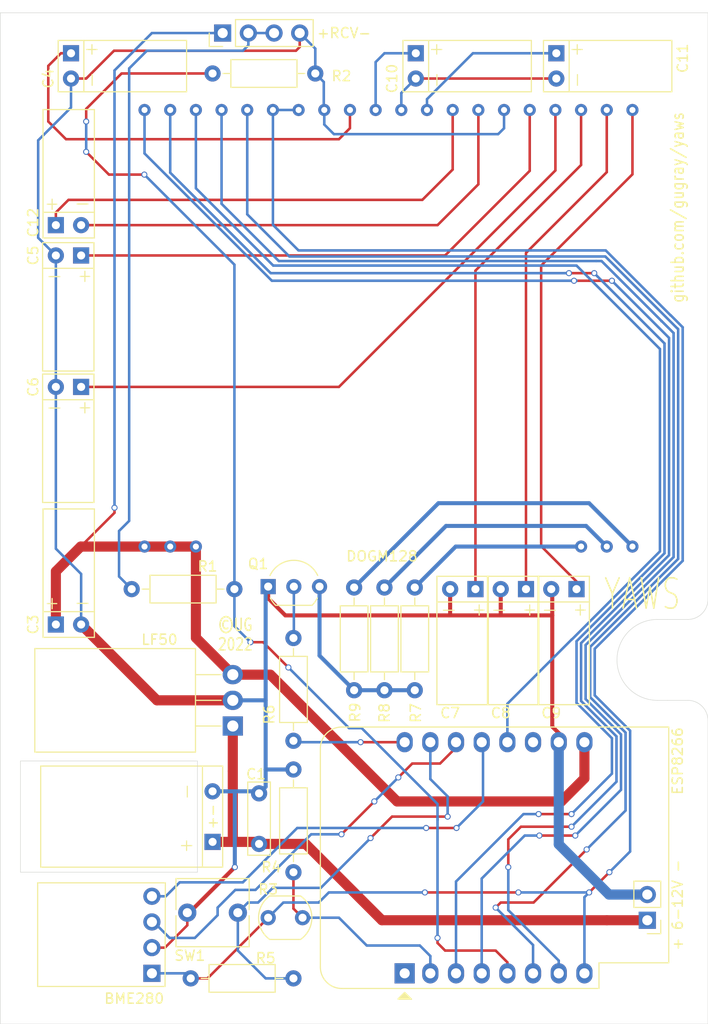
<source format=kicad_pcb>
(kicad_pcb (version 20171130) (host pcbnew "(5.1.9-0-10_14)")

  (general
    (thickness 1.6)
    (drawings 23)
    (tracks 395)
    (zones 0)
    (modules 29)
    (nets 35)
  )

  (page A4)
  (layers
    (0 F.Cu signal)
    (31 B.Cu signal)
    (32 B.Adhes user hide)
    (33 F.Adhes user hide)
    (34 B.Paste user hide)
    (35 F.Paste user hide)
    (36 B.SilkS user hide)
    (37 F.SilkS user)
    (38 B.Mask user hide)
    (39 F.Mask user hide)
    (40 Dwgs.User user hide)
    (41 Cmts.User user hide)
    (42 Eco1.User user hide)
    (43 Eco2.User user hide)
    (44 Edge.Cuts user)
    (45 Margin user hide)
    (46 B.CrtYd user hide)
    (47 F.CrtYd user hide)
    (48 B.Fab user hide)
    (49 F.Fab user)
  )

  (setup
    (last_trace_width 0.25)
    (user_trace_width 0.25)
    (user_trace_width 0.4)
    (user_trace_width 1)
    (trace_clearance 0.2)
    (zone_clearance 0.508)
    (zone_45_only no)
    (trace_min 0.2)
    (via_size 0.8)
    (via_drill 0.4)
    (via_min_size 0.4)
    (via_min_drill 0.3)
    (user_via 0.6 0.4)
    (uvia_size 0.3)
    (uvia_drill 0.1)
    (uvias_allowed no)
    (uvia_min_size 0.2)
    (uvia_min_drill 0.1)
    (edge_width 0.05)
    (segment_width 0.2)
    (pcb_text_width 0.3)
    (pcb_text_size 1.5 1.5)
    (mod_edge_width 0.12)
    (mod_text_size 1 1)
    (mod_text_width 0.15)
    (pad_size 1.524 1.524)
    (pad_drill 0.762)
    (pad_to_mask_clearance 0)
    (aux_axis_origin 0 0)
    (visible_elements FFFFFF7F)
    (pcbplotparams
      (layerselection 0x010fc_ffffffff)
      (usegerberextensions true)
      (usegerberattributes false)
      (usegerberadvancedattributes false)
      (creategerberjobfile false)
      (excludeedgelayer true)
      (linewidth 0.100000)
      (plotframeref false)
      (viasonmask false)
      (mode 1)
      (useauxorigin false)
      (hpglpennumber 1)
      (hpglpenspeed 20)
      (hpglpendiameter 15.000000)
      (psnegative false)
      (psa4output false)
      (plotreference true)
      (plotvalue true)
      (plotinvisibletext false)
      (padsonsilk true)
      (subtractmaskfromsilk false)
      (outputformat 1)
      (mirror false)
      (drillshape 0)
      (scaleselection 1)
      (outputdirectory "../v1-pcbway/"))
  )

  (net 0 "")
  (net 1 GND)
  (net 2 "Net-(C1-Pad1)")
  (net 3 5V0)
  (net 4 "Net-(C4-Pad1)")
  (net 5 "Net-(C5-Pad1)")
  (net 6 "Net-(C6-Pad1)")
  (net 7 "Net-(C7-Pad1)")
  (net 8 "Net-(C8-Pad1)")
  (net 9 "Net-(C9-Pad1)")
  (net 10 "Net-(C10-Pad2)")
  (net 11 "Net-(C10-Pad1)")
  (net 12 "Net-(C11-Pad1)")
  (net 13 "Net-(C12-Pad2)")
  (net 14 "Net-(C12-Pad1)")
  (net 15 "Net-(J2-Pad2)")
  (net 16 "Net-(Q1-Pad3)")
  (net 17 "Net-(Q1-Pad2)")
  (net 18 D6)
  (net 19 A0)
  (net 20 3V3)
  (net 21 RX)
  (net 22 TX)
  (net 23 "Net-(R7-Pad2)")
  (net 24 "Net-(R8-Pad2)")
  (net 25 "Net-(R9-Pad2)")
  (net 26 D1)
  (net 27 D2)
  (net 28 D3)
  (net 29 "Net-(U1-Pad11)")
  (net 30 D8)
  (net 31 D7)
  (net 32 D5)
  (net 33 D0)
  (net 34 "Net-(U1-Pad1)")

  (net_class Default "This is the default net class."
    (clearance 0.2)
    (trace_width 0.25)
    (via_dia 0.8)
    (via_drill 0.4)
    (uvia_dia 0.3)
    (uvia_drill 0.1)
    (add_net 3V3)
    (add_net 5V0)
    (add_net A0)
    (add_net D0)
    (add_net D1)
    (add_net D2)
    (add_net D3)
    (add_net D5)
    (add_net D6)
    (add_net D7)
    (add_net D8)
    (add_net GND)
    (add_net "Net-(C1-Pad1)")
    (add_net "Net-(C10-Pad1)")
    (add_net "Net-(C10-Pad2)")
    (add_net "Net-(C11-Pad1)")
    (add_net "Net-(C12-Pad1)")
    (add_net "Net-(C12-Pad2)")
    (add_net "Net-(C4-Pad1)")
    (add_net "Net-(C5-Pad1)")
    (add_net "Net-(C6-Pad1)")
    (add_net "Net-(C7-Pad1)")
    (add_net "Net-(C8-Pad1)")
    (add_net "Net-(C9-Pad1)")
    (add_net "Net-(J2-Pad2)")
    (add_net "Net-(Q1-Pad2)")
    (add_net "Net-(Q1-Pad3)")
    (add_net "Net-(R7-Pad2)")
    (add_net "Net-(R8-Pad2)")
    (add_net "Net-(R9-Pad2)")
    (add_net "Net-(U1-Pad1)")
    (add_net "Net-(U1-Pad11)")
    (add_net RX)
    (add_net TX)
  )

  (module Package_TO_SOT_THT:TO-92_Inline_Wide (layer F.Cu) (tedit 5A02FF81) (tstamp 62F7B609)
    (at 86.5 96.75)
    (descr "TO-92 leads in-line, wide, drill 0.75mm (see NXP sot054_po.pdf)")
    (tags "to-92 sc-43 sc-43a sot54 PA33 transistor")
    (path /62F8CF15)
    (fp_text reference Q1 (at -1 -2.25) (layer F.SilkS)
      (effects (font (size 1 1) (thickness 0.15)))
    )
    (fp_text value TN0604G (at 1.27 2.79) (layer F.Fab)
      (effects (font (size 1 1) (thickness 0.15)))
    )
    (fp_line (start 6.09 2.01) (end -1.01 2.01) (layer F.CrtYd) (width 0.05))
    (fp_line (start 6.09 2.01) (end 6.09 -2.73) (layer F.CrtYd) (width 0.05))
    (fp_line (start -1.01 -2.73) (end -1.01 2.01) (layer F.CrtYd) (width 0.05))
    (fp_line (start -1.01 -2.73) (end 6.09 -2.73) (layer F.CrtYd) (width 0.05))
    (fp_line (start 0.8 1.75) (end 4.3 1.75) (layer F.Fab) (width 0.1))
    (fp_line (start 0.74 1.85) (end 4.34 1.85) (layer F.SilkS) (width 0.12))
    (fp_arc (start 2.54 0) (end 4.34 1.85) (angle -20) (layer F.SilkS) (width 0.12))
    (fp_arc (start 2.54 0) (end 2.54 -2.48) (angle -135) (layer F.Fab) (width 0.1))
    (fp_arc (start 2.54 0) (end 2.54 -2.48) (angle 135) (layer F.Fab) (width 0.1))
    (fp_arc (start 2.54 0) (end 2.54 -2.6) (angle 65) (layer F.SilkS) (width 0.12))
    (fp_arc (start 2.54 0) (end 2.54 -2.6) (angle -65) (layer F.SilkS) (width 0.12))
    (fp_arc (start 2.54 0) (end 0.74 1.85) (angle 20) (layer F.SilkS) (width 0.12))
    (fp_text user %R (at 1.27 0) (layer F.Fab)
      (effects (font (size 1 1) (thickness 0.15)))
    )
    (pad 1 thru_hole rect (at 0 0) (size 1.5 1.5) (drill 0.8) (layers *.Cu *.Mask)
      (net 1 GND))
    (pad 3 thru_hole circle (at 5.08 0) (size 1.5 1.5) (drill 0.8) (layers *.Cu *.Mask)
      (net 16 "Net-(Q1-Pad3)"))
    (pad 2 thru_hole circle (at 2.54 0) (size 1.5 1.5) (drill 0.8) (layers *.Cu *.Mask)
      (net 17 "Net-(Q1-Pad2)"))
    (model ${KISYS3DMOD}/Package_TO_SOT_THT.3dshapes/TO-92_Inline_Wide.wrl
      (at (xyz 0 0 0))
      (scale (xyz 1 1 1))
      (rotate (xyz 0 0 0))
    )
  )

  (module Connector_PinHeader_2.54mm:PinHeader_1x02_P2.54mm_Vertical (layer F.Cu) (tedit 62F7C1C9) (tstamp 62F7B5DF)
    (at 124 129.75 180)
    (descr "Through hole straight pin header, 1x02, 2.54mm pitch, single row")
    (tags "Through hole pin header THT 1x02 2.54mm single row")
    (path /62F22B45)
    (fp_text reference "+ 6-12V -" (at -3 1.5 270) (layer F.SilkS)
      (effects (font (size 1 1) (thickness 0.15)))
    )
    (fp_text value PWR (at 0 7.41 180) (layer F.Fab)
      (effects (font (size 1 1) (thickness 0.15)))
    )
    (fp_line (start -0.635 -1.27) (end 1.27 -1.27) (layer F.Fab) (width 0.1))
    (fp_line (start 1.27 -1.27) (end 1.27 3.81) (layer F.Fab) (width 0.1))
    (fp_line (start 1.27 3.81) (end -1.27 3.81) (layer F.Fab) (width 0.1))
    (fp_line (start -1.27 3.81) (end -1.27 -0.635) (layer F.Fab) (width 0.1))
    (fp_line (start -1.27 -0.635) (end -0.635 -1.27) (layer F.Fab) (width 0.1))
    (fp_line (start -1.33 3.87) (end 1.33 3.87) (layer F.SilkS) (width 0.12))
    (fp_line (start -1.33 1.27) (end -1.33 3.87) (layer F.SilkS) (width 0.12))
    (fp_line (start 1.33 1.27) (end 1.33 3.87) (layer F.SilkS) (width 0.12))
    (fp_line (start -1.33 1.27) (end 1.33 1.27) (layer F.SilkS) (width 0.12))
    (fp_line (start -1.33 0) (end -1.33 -1.33) (layer F.SilkS) (width 0.12))
    (fp_line (start -1.33 -1.33) (end 0 -1.33) (layer F.SilkS) (width 0.12))
    (fp_text user %R (at 0 2.54 270) (layer F.Fab)
      (effects (font (size 1 1) (thickness 0.15)))
    )
    (pad 2 thru_hole oval (at 0 2.54 180) (size 1.7 1.7) (drill 1) (layers *.Cu *.Mask)
      (net 1 GND))
    (pad 1 thru_hole rect (at 0 0 180) (size 1.7 1.7) (drill 1) (layers *.Cu *.Mask)
      (net 2 "Net-(C1-Pad1)"))
    (model ${KISYS3DMOD}/Connector_PinHeader_2.54mm.3dshapes/PinHeader_1x02_P2.54mm_Vertical.wrl
      (at (xyz 0 0 0))
      (scale (xyz 1 1 1))
      (rotate (xyz 0 0 0))
    )
  )

  (module CustomParts:BME280_Board (layer F.Cu) (tedit 62F026BA) (tstamp 62F7B79A)
    (at 75 135 180)
    (descr "Through hole straight pin header, 1x04, 2.54mm pitch, single row")
    (tags "Through hole pin header THT 1x04 2.54mm single row")
    (path /62F0691B)
    (fp_text reference BME280 (at 1.75 -2.5) (layer F.SilkS)
      (effects (font (size 1 1) (thickness 0.15)))
    )
    (fp_text value BME280_I2C_Board (at 6.3 7.8) (layer F.Fab)
      (effects (font (size 1 1) (thickness 0.15)))
    )
    (fp_line (start -1.3 -1.3) (end 11.3 -1.3) (layer F.SilkS) (width 0.12))
    (fp_line (start 11.3 -1.3) (end 11.3 8.95) (layer F.SilkS) (width 0.12))
    (fp_line (start -1.3 -1.3) (end -1.33 8.95) (layer F.SilkS) (width 0.12))
    (fp_line (start -1.33 8.95) (end 11.3 8.95) (layer F.SilkS) (width 0.12))
    (fp_line (start -1.27 -0.635) (end -0.635 -1.27) (layer F.Fab) (width 0.1))
    (fp_line (start -1.27 8.89) (end -1.27 -0.635) (layer F.Fab) (width 0.1))
    (fp_line (start 1.27 8.89) (end -1.27 8.89) (layer F.Fab) (width 0.1))
    (fp_line (start 1.27 -1.27) (end 1.27 8.89) (layer F.Fab) (width 0.1))
    (fp_line (start -0.635 -1.27) (end 1.27 -1.27) (layer F.Fab) (width 0.1))
    (fp_text user %R (at 0 3.81 90) (layer F.Fab)
      (effects (font (size 1 1) (thickness 0.15)))
    )
    (pad 4 thru_hole oval (at 0 7.62 180) (size 1.7 1.7) (drill 1) (layers *.Cu *.Mask)
      (net 27 D2))
    (pad 3 thru_hole oval (at 0 5.08 180) (size 1.7 1.7) (drill 1) (layers *.Cu *.Mask)
      (net 26 D1))
    (pad 2 thru_hole oval (at 0 2.54 180) (size 1.7 1.7) (drill 1) (layers *.Cu *.Mask)
      (net 1 GND))
    (pad 1 thru_hole rect (at 0 0 180) (size 1.7 1.7) (drill 1) (layers *.Cu *.Mask)
      (net 20 3V3))
    (model ${KISYS3DMOD}/Connector_PinHeader_2.54mm.3dshapes/PinHeader_1x04_P2.54mm_Vertical.wrl
      (at (xyz 0 0 0))
      (scale (xyz 1 1 1))
      (rotate (xyz 0 0 0))
    )
  )

  (module CustomParts:DOGM128 (layer F.Cu) (tedit 59E87CFC) (tstamp 62F7B788)
    (at 98.4 73.5)
    (path /62D27F39)
    (solder_mask_margin 0.05)
    (fp_text reference DOGM128 (at -0.65 20.25) (layer F.SilkS)
      (effects (font (size 1 1) (thickness 0.15)))
    )
    (fp_text value EA-DOGM128W-6 (at 0 -20.32) (layer F.Fab) hide
      (effects (font (size 1 1) (thickness 0.15)))
    )
    (fp_line (start -25 13.69) (end -25 -13.69) (layer F.Fab) (width 0.15))
    (fp_line (start 25 13.69) (end -25 13.69) (layer F.Fab) (width 0.15))
    (fp_line (start 25 -13.69) (end 25 13.69) (layer F.Fab) (width 0.15))
    (fp_line (start -25 -13.69) (end 25 -13.69) (layer F.Fab) (width 0.15))
    (fp_line (start -27.5 19.2) (end -27.5 -23.8) (layer F.Fab) (width 0.15))
    (fp_line (start 27.5 19.2) (end -27.5 19.2) (layer F.Fab) (width 0.15))
    (fp_line (start 27.5 -23.8) (end 27.5 19.2) (layer F.Fab) (width 0.15))
    (fp_line (start -27.5 -23.8) (end 27.5 -23.8) (layer F.Fab) (width 0.15))
    (fp_line (start -25.2 18.2) (end -18 18.2) (layer F.CrtYd) (width 0.05))
    (fp_line (start -18 18.2) (end -18 20.4) (layer F.CrtYd) (width 0.05))
    (fp_line (start -18 20.4) (end -25.2 20.4) (layer F.CrtYd) (width 0.05))
    (fp_line (start -25.2 20.4) (end -25.2 18.2) (layer F.CrtYd) (width 0.05))
    (fp_line (start 18 18.2) (end 25.2 18.2) (layer F.CrtYd) (width 0.05))
    (fp_line (start 25.2 18.2) (end 25.2 20.4) (layer F.CrtYd) (width 0.05))
    (fp_line (start 25.2 20.4) (end 18 20.4) (layer F.CrtYd) (width 0.05))
    (fp_line (start 18 20.4) (end 18 18.2) (layer F.CrtYd) (width 0.05))
    (fp_text user %R (at 0 -17.78) (layer F.Fab)
      (effects (font (size 1 1) (thickness 0.15)))
    )
    (pad 40 thru_hole circle (at -24.13 -23.89) (size 1.2 1.2) (drill 0.6) (layers *.Cu *.Mask)
      (net 30 D8))
    (pad 39 thru_hole circle (at -21.59 -23.89) (size 1.2 1.2) (drill 0.6) (layers *.Cu *.Mask)
      (net 33 D0))
    (pad 38 thru_hole circle (at -19.05 -23.89) (size 1.2 1.2) (drill 0.6) (layers *.Cu *.Mask)
      (net 28 D3))
    (pad 37 thru_hole circle (at -16.51 -23.89) (size 1.2 1.2) (drill 0.6) (layers *.Cu *.Mask)
      (net 32 D5))
    (pad 36 thru_hole circle (at -13.97 -23.89) (size 1.2 1.2) (drill 0.6) (layers *.Cu *.Mask)
      (net 31 D7))
    (pad 35 thru_hole circle (at -11.43 -23.89) (size 1.2 1.2) (drill 0.6) (layers *.Cu *.Mask)
      (net 20 3V3))
    (pad 34 thru_hole circle (at -8.89 -23.89) (size 1.2 1.2) (drill 0.6) (layers *.Cu *.Mask)
      (net 20 3V3))
    (pad 33 thru_hole circle (at -6.35 -23.89) (size 1.2 1.2) (drill 0.6) (layers *.Cu *.Mask)
      (net 1 GND))
    (pad 32 thru_hole circle (at -3.81 -23.89) (size 1.2 1.2) (drill 0.6) (layers *.Cu *.Mask)
      (net 4 "Net-(C4-Pad1)"))
    (pad 31 thru_hole circle (at -1.27 -23.89) (size 1.2 1.2) (drill 0.6) (layers *.Cu *.Mask)
      (net 11 "Net-(C10-Pad1)"))
    (pad 30 thru_hole circle (at 1.27 -23.89) (size 1.2 1.2) (drill 0.6) (layers *.Cu *.Mask)
      (net 10 "Net-(C10-Pad2)"))
    (pad 29 thru_hole circle (at 3.81 -23.89) (size 1.2 1.2) (drill 0.6) (layers *.Cu *.Mask)
      (net 12 "Net-(C11-Pad1)"))
    (pad 28 thru_hole circle (at 6.35 -23.89) (size 1.2 1.2) (drill 0.6) (layers *.Cu *.Mask)
      (net 14 "Net-(C12-Pad1)"))
    (pad 27 thru_hole circle (at 8.89 -23.89) (size 1.2 1.2) (drill 0.6) (layers *.Cu *.Mask)
      (net 13 "Net-(C12-Pad2)"))
    (pad 26 thru_hole circle (at 11.43 -23.89) (size 1.2 1.2) (drill 0.6) (layers *.Cu *.Mask)
      (net 1 GND))
    (pad 25 thru_hole circle (at 13.97 -23.89) (size 1.2 1.2) (drill 0.6) (layers *.Cu *.Mask)
      (net 5 "Net-(C5-Pad1)"))
    (pad 24 thru_hole circle (at 16.51 -23.89) (size 1.2 1.2) (drill 0.6) (layers *.Cu *.Mask)
      (net 6 "Net-(C6-Pad1)"))
    (pad 23 thru_hole circle (at 19.05 -23.89) (size 1.2 1.2) (drill 0.6) (layers *.Cu *.Mask)
      (net 7 "Net-(C7-Pad1)"))
    (pad 22 thru_hole circle (at 21.59 -23.89) (size 1.2 1.2) (drill 0.6) (layers *.Cu *.Mask)
      (net 8 "Net-(C8-Pad1)"))
    (pad 21 thru_hole circle (at 24.13 -23.89) (size 1.2 1.2) (drill 0.6) (layers *.Cu *.Mask)
      (net 9 "Net-(C9-Pad1)"))
    (pad 18 thru_hole circle (at 19.05 19.29) (size 1.2 1.2) (drill 0.6) (layers *.Cu *.Mask)
      (net 23 "Net-(R7-Pad2)"))
    (pad 19 thru_hole circle (at 21.59 19.29) (size 1.2 1.2) (drill 0.6) (layers *.Cu *.Mask)
      (net 24 "Net-(R8-Pad2)"))
    (pad 20 thru_hole circle (at 24.13 19.29) (size 1.2 1.2) (drill 0.6) (layers *.Cu *.Mask)
      (net 25 "Net-(R9-Pad2)"))
    (pad 3 thru_hole circle (at -19.05 19.29) (size 1.2 1.2) (drill 0.6) (layers *.Cu *.Mask)
      (net 3 5V0))
    (pad 2 thru_hole circle (at -21.59 19.29) (size 1.2 1.2) (drill 0.6) (layers *.Cu *.Mask)
      (net 3 5V0))
    (pad 1 thru_hole circle (at -24.13 19.29) (size 1.2 1.2) (drill 0.6) (layers *.Cu *.Mask)
      (net 3 5V0))
    (model "C:/Cad/Footprint/EA/3D/User Library-EA-DOGM128.step"
      (at (xyz 0 0 0))
      (scale (xyz 1 1 1))
      (rotate (xyz 0 0 0))
    )
  )

  (module Package_TO_SOT_THT:TO-220-3_Horizontal_TabDown (layer F.Cu) (tedit 5AC8BA0D) (tstamp 62F7B759)
    (at 83 110.54 90)
    (descr "TO-220-3, Horizontal, RM 2.54mm, see https://www.vishay.com/docs/66542/to-220-1.pdf")
    (tags "TO-220-3 Horizontal RM 2.54mm")
    (path /62F8BC31)
    (fp_text reference LF50 (at 8.54 -7.25) (layer F.SilkS)
      (effects (font (size 1 1) (thickness 0.15)))
    )
    (fp_text value LF50_TO220 (at 2.54 2 90) (layer F.Fab)
      (effects (font (size 1 1) (thickness 0.15)))
    )
    (fp_circle (center 2.54 -16.66) (end 4.39 -16.66) (layer F.Fab) (width 0.1))
    (fp_line (start -2.46 -13.06) (end -2.46 -19.46) (layer F.Fab) (width 0.1))
    (fp_line (start -2.46 -19.46) (end 7.54 -19.46) (layer F.Fab) (width 0.1))
    (fp_line (start 7.54 -19.46) (end 7.54 -13.06) (layer F.Fab) (width 0.1))
    (fp_line (start 7.54 -13.06) (end -2.46 -13.06) (layer F.Fab) (width 0.1))
    (fp_line (start -2.46 -3.81) (end -2.46 -13.06) (layer F.Fab) (width 0.1))
    (fp_line (start -2.46 -13.06) (end 7.54 -13.06) (layer F.Fab) (width 0.1))
    (fp_line (start 7.54 -13.06) (end 7.54 -3.81) (layer F.Fab) (width 0.1))
    (fp_line (start 7.54 -3.81) (end -2.46 -3.81) (layer F.Fab) (width 0.1))
    (fp_line (start 0 -3.81) (end 0 0) (layer F.Fab) (width 0.1))
    (fp_line (start 2.54 -3.81) (end 2.54 0) (layer F.Fab) (width 0.1))
    (fp_line (start 5.08 -3.81) (end 5.08 0) (layer F.Fab) (width 0.1))
    (fp_line (start -2.58 -3.69) (end 7.66 -3.69) (layer F.SilkS) (width 0.12))
    (fp_line (start -2.58 -19.58) (end 7.66 -19.58) (layer F.SilkS) (width 0.12))
    (fp_line (start -2.58 -19.58) (end -2.58 -3.69) (layer F.SilkS) (width 0.12))
    (fp_line (start 7.66 -19.58) (end 7.66 -3.69) (layer F.SilkS) (width 0.12))
    (fp_line (start 0 -3.69) (end 0 -1.15) (layer F.SilkS) (width 0.12))
    (fp_line (start 2.54 -3.69) (end 2.54 -1.15) (layer F.SilkS) (width 0.12))
    (fp_line (start 5.08 -3.69) (end 5.08 -1.15) (layer F.SilkS) (width 0.12))
    (fp_line (start -2.71 -19.71) (end -2.71 1.25) (layer F.CrtYd) (width 0.05))
    (fp_line (start -2.71 1.25) (end 7.79 1.25) (layer F.CrtYd) (width 0.05))
    (fp_line (start 7.79 1.25) (end 7.79 -19.71) (layer F.CrtYd) (width 0.05))
    (fp_line (start 7.79 -19.71) (end -2.71 -19.71) (layer F.CrtYd) (width 0.05))
    (fp_text user %R (at 2.54 -20.58 90) (layer F.Fab)
      (effects (font (size 1 1) (thickness 0.15)))
    )
    (pad 3 thru_hole oval (at 5.08 0 90) (size 1.905 2) (drill 1.1) (layers *.Cu *.Mask)
      (net 3 5V0))
    (pad 2 thru_hole oval (at 2.54 0 90) (size 1.905 2) (drill 1.1) (layers *.Cu *.Mask)
      (net 1 GND))
    (pad 1 thru_hole rect (at 0 0 90) (size 1.905 2) (drill 1.1) (layers *.Cu *.Mask)
      (net 2 "Net-(C1-Pad1)"))
    (pad "" np_thru_hole oval (at 2.54 -16.66 90) (size 3.5 3.5) (drill 3.5) (layers *.Cu *.Mask))
    (model ${KISYS3DMOD}/Package_TO_SOT_THT.3dshapes/TO-220-3_Horizontal_TabDown.wrl
      (at (xyz 0 0 0))
      (scale (xyz 1 1 1))
      (rotate (xyz 0 0 0))
    )
  )

  (module Module:WEMOS_D1_mini_light (layer F.Cu) (tedit 5BBFB1CE) (tstamp 62F7B739)
    (at 100 135 90)
    (descr "16-pin module, column spacing 22.86 mm (900 mils), https://wiki.wemos.cc/products:d1:d1_mini, https://c1.staticflickr.com/1/734/31400410271_f278b087db_z.jpg")
    (tags "ESP8266 WiFi microcontroller")
    (path /62F0C408)
    (fp_text reference ESP8266 (at 21 27 90) (layer F.SilkS)
      (effects (font (size 1 1) (thickness 0.15)))
    )
    (fp_text value WeMos_D1_mini (at 11.7 -2 90) (layer F.Fab)
      (effects (font (size 1 1) (thickness 0.15)))
    )
    (fp_line (start 1.04 26.12) (end 24.36 26.12) (layer F.SilkS) (width 0.12))
    (fp_line (start -1.5 19.22) (end -1.5 -6.21) (layer F.SilkS) (width 0.12))
    (fp_line (start 24.36 26.12) (end 24.36 -6.21) (layer F.SilkS) (width 0.12))
    (fp_line (start 22.24 -8.34) (end 0.63 -8.34) (layer F.SilkS) (width 0.12))
    (fp_line (start 1.17 25.99) (end 24.23 25.99) (layer F.Fab) (width 0.1))
    (fp_line (start 24.23 25.99) (end 24.23 -6.21) (layer F.Fab) (width 0.1))
    (fp_line (start 22.23 -8.21) (end 0.63 -8.21) (layer F.Fab) (width 0.1))
    (fp_line (start -1.37 1) (end -1.37 19.09) (layer F.Fab) (width 0.1))
    (fp_line (start -1.62 -8.46) (end 24.48 -8.46) (layer F.CrtYd) (width 0.05))
    (fp_line (start 24.48 -8.41) (end 24.48 26.24) (layer F.CrtYd) (width 0.05))
    (fp_line (start 24.48 26.24) (end -1.62 26.24) (layer F.CrtYd) (width 0.05))
    (fp_line (start -1.62 26.24) (end -1.62 -8.46) (layer F.CrtYd) (width 0.05))
    (fp_poly (pts (xy -2.54 -0.635) (xy -2.54 0.635) (xy -1.905 0)) (layer F.SilkS) (width 0.15))
    (fp_line (start -1.35 -1.4) (end 24.25 -1.4) (layer Dwgs.User) (width 0.1))
    (fp_line (start 24.25 -1.4) (end 24.25 -8.2) (layer Dwgs.User) (width 0.1))
    (fp_line (start 24.25 -8.2) (end -1.35 -8.2) (layer Dwgs.User) (width 0.1))
    (fp_line (start -1.35 -8.2) (end -1.35 -1.4) (layer Dwgs.User) (width 0.1))
    (fp_line (start -1.35 -1.4) (end 5.45 -8.2) (layer Dwgs.User) (width 0.1))
    (fp_line (start 0.65 -1.4) (end 7.45 -8.2) (layer Dwgs.User) (width 0.1))
    (fp_line (start 2.65 -1.4) (end 9.45 -8.2) (layer Dwgs.User) (width 0.1))
    (fp_line (start 4.65 -1.4) (end 11.45 -8.2) (layer Dwgs.User) (width 0.1))
    (fp_line (start 6.65 -1.4) (end 13.45 -8.2) (layer Dwgs.User) (width 0.1))
    (fp_line (start 8.65 -1.4) (end 15.45 -8.2) (layer Dwgs.User) (width 0.1))
    (fp_line (start 10.65 -1.4) (end 17.45 -8.2) (layer Dwgs.User) (width 0.1))
    (fp_line (start 12.65 -1.4) (end 19.45 -8.2) (layer Dwgs.User) (width 0.1))
    (fp_line (start 14.65 -1.4) (end 21.45 -8.2) (layer Dwgs.User) (width 0.1))
    (fp_line (start 16.65 -1.4) (end 23.45 -8.2) (layer Dwgs.User) (width 0.1))
    (fp_line (start 18.65 -1.4) (end 24.25 -7) (layer Dwgs.User) (width 0.1))
    (fp_line (start 20.65 -1.4) (end 24.25 -5) (layer Dwgs.User) (width 0.1))
    (fp_line (start 22.65 -1.4) (end 24.25 -3) (layer Dwgs.User) (width 0.1))
    (fp_line (start -1.35 -3.4) (end 3.45 -8.2) (layer Dwgs.User) (width 0.1))
    (fp_line (start -1.3 -5.45) (end 1.45 -8.2) (layer Dwgs.User) (width 0.1))
    (fp_line (start -1.35 -7.4) (end -0.55 -8.2) (layer Dwgs.User) (width 0.1))
    (fp_line (start -1.37 19.09) (end 1.17 19.09) (layer F.Fab) (width 0.1))
    (fp_line (start 1.17 19.09) (end 1.17 25.99) (layer F.Fab) (width 0.1))
    (fp_line (start -1.37 -6.21) (end -1.37 -1) (layer F.Fab) (width 0.1))
    (fp_line (start -1.37 1) (end -0.37 0) (layer F.Fab) (width 0.1))
    (fp_line (start -0.37 0) (end -1.37 -1) (layer F.Fab) (width 0.1))
    (fp_line (start -1.5 19.22) (end 1.04 19.22) (layer F.SilkS) (width 0.12))
    (fp_line (start 1.04 19.22) (end 1.04 26.12) (layer F.SilkS) (width 0.12))
    (fp_text user "No copper" (at 11.43 -3.81 90) (layer Cmts.User)
      (effects (font (size 1 1) (thickness 0.15)))
    )
    (fp_text user "KEEP OUT" (at 4.78 5.91 90) (layer Cmts.User)
      (effects (font (size 1 1) (thickness 0.15)))
    )
    (fp_arc (start 22.23 -6.21) (end 24.36 -6.21) (angle -90) (layer F.SilkS) (width 0.12))
    (fp_arc (start 0.63 -6.21) (end 0.63 -8.34) (angle -90) (layer F.SilkS) (width 0.12))
    (fp_arc (start 22.23 -6.21) (end 24.23 -6.19) (angle -90) (layer F.Fab) (width 0.1))
    (fp_arc (start 0.63 -6.21) (end 0.63 -8.21) (angle -90) (layer F.Fab) (width 0.1))
    (fp_text user %R (at 11.43 10 90) (layer F.Fab)
      (effects (font (size 1 1) (thickness 0.15)))
    )
    (pad 16 thru_hole oval (at 22.86 0 90) (size 2 1.6) (drill 1) (layers *.Cu *.Mask)
      (net 22 TX))
    (pad 15 thru_hole oval (at 22.86 2.54 90) (size 2 1.6) (drill 1) (layers *.Cu *.Mask)
      (net 21 RX))
    (pad 14 thru_hole oval (at 22.86 5.08 90) (size 2 1.6) (drill 1) (layers *.Cu *.Mask)
      (net 26 D1))
    (pad 13 thru_hole oval (at 22.86 7.62 90) (size 2 1.6) (drill 1) (layers *.Cu *.Mask)
      (net 27 D2))
    (pad 12 thru_hole oval (at 22.86 10.16 90) (size 2 1.6) (drill 1) (layers *.Cu *.Mask)
      (net 28 D3))
    (pad 11 thru_hole oval (at 22.86 12.7 90) (size 2 1.6) (drill 1) (layers *.Cu *.Mask)
      (net 29 "Net-(U1-Pad11)"))
    (pad 10 thru_hole oval (at 22.86 15.24 90) (size 2 1.6) (drill 1) (layers *.Cu *.Mask)
      (net 1 GND))
    (pad 9 thru_hole oval (at 22.86 17.78 90) (size 2 1.6) (drill 1) (layers *.Cu *.Mask)
      (net 3 5V0))
    (pad 8 thru_hole oval (at 0 17.78 90) (size 2 1.6) (drill 1) (layers *.Cu *.Mask)
      (net 20 3V3))
    (pad 7 thru_hole oval (at 0 15.24 90) (size 2 1.6) (drill 1) (layers *.Cu *.Mask)
      (net 30 D8))
    (pad 6 thru_hole oval (at 0 12.7 90) (size 2 1.6) (drill 1) (layers *.Cu *.Mask)
      (net 31 D7))
    (pad 5 thru_hole oval (at 0 10.16 90) (size 2 1.6) (drill 1) (layers *.Cu *.Mask)
      (net 18 D6))
    (pad 4 thru_hole oval (at 0 7.62 90) (size 2 1.6) (drill 1) (layers *.Cu *.Mask)
      (net 32 D5))
    (pad 3 thru_hole oval (at 0 5.08 90) (size 2 1.6) (drill 1) (layers *.Cu *.Mask)
      (net 33 D0))
    (pad 1 thru_hole rect (at 0 0 90) (size 2 2) (drill 1) (layers *.Cu *.Mask)
      (net 34 "Net-(U1-Pad1)"))
    (pad 2 thru_hole oval (at 0 2.54 90) (size 2 1.6) (drill 1) (layers *.Cu *.Mask)
      (net 19 A0))
    (model ${KISYS3DMOD}/Module.3dshapes/WEMOS_D1_mini_light.wrl
      (at (xyz 0 0 0))
      (scale (xyz 1 1 1))
      (rotate (xyz 0 0 0))
    )
    (model ${KISYS3DMOD}/Connector_PinHeader_2.54mm.3dshapes/PinHeader_1x08_P2.54mm_Vertical.wrl
      (offset (xyz 0 0 9.5))
      (scale (xyz 1 1 1))
      (rotate (xyz 0 -180 0))
    )
    (model ${KISYS3DMOD}/Connector_PinHeader_2.54mm.3dshapes/PinHeader_1x08_P2.54mm_Vertical.wrl
      (offset (xyz 22.86 0 9.5))
      (scale (xyz 1 1 1))
      (rotate (xyz 0 -180 0))
    )
    (model ${KISYS3DMOD}/Connector_PinSocket_2.54mm.3dshapes/PinSocket_1x08_P2.54mm_Vertical.wrl
      (at (xyz 0 0 0))
      (scale (xyz 1 1 1))
      (rotate (xyz 0 0 0))
    )
    (model ${KISYS3DMOD}/Connector_PinSocket_2.54mm.3dshapes/PinSocket_1x08_P2.54mm_Vertical.wrl
      (offset (xyz 22.86 0 0))
      (scale (xyz 1 1 1))
      (rotate (xyz 0 0 0))
    )
  )

  (module Capacitor_THT:C_Rect_L7.0mm_W6.5mm_P5.00mm (layer F.Cu) (tedit 5AE50EF0) (tstamp 62F7B6F6)
    (at 78.5 129)
    (descr "C, Rect series, Radial, pin pitch=5.00mm, , length*width=7*6.5mm^2, Capacitor")
    (tags "C Rect series Radial pin pitch 5.00mm  length 7mm width 6.5mm Capacitor")
    (path /62F1B5AF)
    (fp_text reference SW1 (at 0.25 4.25) (layer F.SilkS)
      (effects (font (size 1 1) (thickness 0.15)))
    )
    (fp_text value SW_Push (at 2.5 4.5) (layer F.Fab)
      (effects (font (size 1 1) (thickness 0.15)))
    )
    (fp_line (start -1 -3.25) (end -1 3.25) (layer F.Fab) (width 0.1))
    (fp_line (start -1 3.25) (end 6 3.25) (layer F.Fab) (width 0.1))
    (fp_line (start 6 3.25) (end 6 -3.25) (layer F.Fab) (width 0.1))
    (fp_line (start 6 -3.25) (end -1 -3.25) (layer F.Fab) (width 0.1))
    (fp_line (start -1.12 -3.37) (end 6.12 -3.37) (layer F.SilkS) (width 0.12))
    (fp_line (start -1.12 3.37) (end 6.12 3.37) (layer F.SilkS) (width 0.12))
    (fp_line (start -1.12 -3.37) (end -1.12 -0.301) (layer F.SilkS) (width 0.12))
    (fp_line (start -1.12 0.301) (end -1.12 3.37) (layer F.SilkS) (width 0.12))
    (fp_line (start 6.12 -3.37) (end 6.12 -0.301) (layer F.SilkS) (width 0.12))
    (fp_line (start 6.12 0.301) (end 6.12 3.37) (layer F.SilkS) (width 0.12))
    (fp_line (start -1.25 -3.5) (end -1.25 3.5) (layer F.CrtYd) (width 0.05))
    (fp_line (start -1.25 3.5) (end 6.25 3.5) (layer F.CrtYd) (width 0.05))
    (fp_line (start 6.25 3.5) (end 6.25 -3.5) (layer F.CrtYd) (width 0.05))
    (fp_line (start 6.25 -3.5) (end -1.25 -3.5) (layer F.CrtYd) (width 0.05))
    (fp_text user %R (at 2.5 0) (layer F.Fab)
      (effects (font (size 1 1) (thickness 0.15)))
    )
    (pad 2 thru_hole circle (at 5 0) (size 1.8 1.8) (drill 0.9) (layers *.Cu *.Mask)
      (net 21 RX))
    (pad 1 thru_hole circle (at 0 0) (size 1.8 1.8) (drill 0.9) (layers *.Cu *.Mask)
      (net 1 GND))
    (model ${KISYS3DMOD}/Capacitor_THT.3dshapes/C_Rect_L7.0mm_W6.5mm_P5.00mm.wrl
      (at (xyz 0 0 0))
      (scale (xyz 1 1 1))
      (rotate (xyz 0 0 0))
    )
  )

  (module Resistor_THT:R_Axial_DIN0207_L6.3mm_D2.5mm_P10.16mm_Horizontal (layer F.Cu) (tedit 5AE5139B) (tstamp 62F7B6E1)
    (at 95 107 90)
    (descr "Resistor, Axial_DIN0207 series, Axial, Horizontal, pin pitch=10.16mm, 0.25W = 1/4W, length*diameter=6.3*2.5mm^2, http://cdn-reichelt.de/documents/datenblatt/B400/1_4W%23YAG.pdf")
    (tags "Resistor Axial_DIN0207 series Axial Horizontal pin pitch 10.16mm 0.25W = 1/4W length 6.3mm diameter 2.5mm")
    (path /62F291F0)
    (fp_text reference R9 (at -2.2 0.1 90) (layer F.SilkS)
      (effects (font (size 1 1) (thickness 0.15)))
    )
    (fp_text value 100R (at 5.08 2.37 90) (layer F.Fab)
      (effects (font (size 1 1) (thickness 0.15)))
    )
    (fp_line (start 1.93 -1.25) (end 1.93 1.25) (layer F.Fab) (width 0.1))
    (fp_line (start 1.93 1.25) (end 8.23 1.25) (layer F.Fab) (width 0.1))
    (fp_line (start 8.23 1.25) (end 8.23 -1.25) (layer F.Fab) (width 0.1))
    (fp_line (start 8.23 -1.25) (end 1.93 -1.25) (layer F.Fab) (width 0.1))
    (fp_line (start 0 0) (end 1.93 0) (layer F.Fab) (width 0.1))
    (fp_line (start 10.16 0) (end 8.23 0) (layer F.Fab) (width 0.1))
    (fp_line (start 1.81 -1.37) (end 1.81 1.37) (layer F.SilkS) (width 0.12))
    (fp_line (start 1.81 1.37) (end 8.35 1.37) (layer F.SilkS) (width 0.12))
    (fp_line (start 8.35 1.37) (end 8.35 -1.37) (layer F.SilkS) (width 0.12))
    (fp_line (start 8.35 -1.37) (end 1.81 -1.37) (layer F.SilkS) (width 0.12))
    (fp_line (start 1.04 0) (end 1.81 0) (layer F.SilkS) (width 0.12))
    (fp_line (start 9.12 0) (end 8.35 0) (layer F.SilkS) (width 0.12))
    (fp_line (start -1.05 -1.5) (end -1.05 1.5) (layer F.CrtYd) (width 0.05))
    (fp_line (start -1.05 1.5) (end 11.21 1.5) (layer F.CrtYd) (width 0.05))
    (fp_line (start 11.21 1.5) (end 11.21 -1.5) (layer F.CrtYd) (width 0.05))
    (fp_line (start 11.21 -1.5) (end -1.05 -1.5) (layer F.CrtYd) (width 0.05))
    (fp_text user %R (at 5.08 0 90) (layer F.Fab)
      (effects (font (size 1 1) (thickness 0.15)))
    )
    (pad 2 thru_hole oval (at 10.16 0 90) (size 1.6 1.6) (drill 0.8) (layers *.Cu *.Mask)
      (net 25 "Net-(R9-Pad2)"))
    (pad 1 thru_hole circle (at 0 0 90) (size 1.6 1.6) (drill 0.8) (layers *.Cu *.Mask)
      (net 16 "Net-(Q1-Pad3)"))
    (model ${KISYS3DMOD}/Resistor_THT.3dshapes/R_Axial_DIN0207_L6.3mm_D2.5mm_P10.16mm_Horizontal.wrl
      (at (xyz 0 0 0))
      (scale (xyz 1 1 1))
      (rotate (xyz 0 0 0))
    )
  )

  (module Resistor_THT:R_Axial_DIN0207_L6.3mm_D2.5mm_P10.16mm_Horizontal (layer F.Cu) (tedit 5AE5139B) (tstamp 62F7B6CA)
    (at 98 107 90)
    (descr "Resistor, Axial_DIN0207 series, Axial, Horizontal, pin pitch=10.16mm, 0.25W = 1/4W, length*diameter=6.3*2.5mm^2, http://cdn-reichelt.de/documents/datenblatt/B400/1_4W%23YAG.pdf")
    (tags "Resistor Axial_DIN0207 series Axial Horizontal pin pitch 10.16mm 0.25W = 1/4W length 6.3mm diameter 2.5mm")
    (path /63065B62)
    (fp_text reference R8 (at -2.25 0 90) (layer F.SilkS)
      (effects (font (size 1 1) (thickness 0.15)))
    )
    (fp_text value 100R (at 5.08 2.37 90) (layer F.Fab)
      (effects (font (size 1 1) (thickness 0.15)))
    )
    (fp_line (start 1.93 -1.25) (end 1.93 1.25) (layer F.Fab) (width 0.1))
    (fp_line (start 1.93 1.25) (end 8.23 1.25) (layer F.Fab) (width 0.1))
    (fp_line (start 8.23 1.25) (end 8.23 -1.25) (layer F.Fab) (width 0.1))
    (fp_line (start 8.23 -1.25) (end 1.93 -1.25) (layer F.Fab) (width 0.1))
    (fp_line (start 0 0) (end 1.93 0) (layer F.Fab) (width 0.1))
    (fp_line (start 10.16 0) (end 8.23 0) (layer F.Fab) (width 0.1))
    (fp_line (start 1.81 -1.37) (end 1.81 1.37) (layer F.SilkS) (width 0.12))
    (fp_line (start 1.81 1.37) (end 8.35 1.37) (layer F.SilkS) (width 0.12))
    (fp_line (start 8.35 1.37) (end 8.35 -1.37) (layer F.SilkS) (width 0.12))
    (fp_line (start 8.35 -1.37) (end 1.81 -1.37) (layer F.SilkS) (width 0.12))
    (fp_line (start 1.04 0) (end 1.81 0) (layer F.SilkS) (width 0.12))
    (fp_line (start 9.12 0) (end 8.35 0) (layer F.SilkS) (width 0.12))
    (fp_line (start -1.05 -1.5) (end -1.05 1.5) (layer F.CrtYd) (width 0.05))
    (fp_line (start -1.05 1.5) (end 11.21 1.5) (layer F.CrtYd) (width 0.05))
    (fp_line (start 11.21 1.5) (end 11.21 -1.5) (layer F.CrtYd) (width 0.05))
    (fp_line (start 11.21 -1.5) (end -1.05 -1.5) (layer F.CrtYd) (width 0.05))
    (fp_text user %R (at 5.08 0 90) (layer F.Fab)
      (effects (font (size 1 1) (thickness 0.15)))
    )
    (pad 2 thru_hole oval (at 10.16 0 90) (size 1.6 1.6) (drill 0.8) (layers *.Cu *.Mask)
      (net 24 "Net-(R8-Pad2)"))
    (pad 1 thru_hole circle (at 0 0 90) (size 1.6 1.6) (drill 0.8) (layers *.Cu *.Mask)
      (net 16 "Net-(Q1-Pad3)"))
    (model ${KISYS3DMOD}/Resistor_THT.3dshapes/R_Axial_DIN0207_L6.3mm_D2.5mm_P10.16mm_Horizontal.wrl
      (at (xyz 0 0 0))
      (scale (xyz 1 1 1))
      (rotate (xyz 0 0 0))
    )
  )

  (module Resistor_THT:R_Axial_DIN0207_L6.3mm_D2.5mm_P10.16mm_Horizontal (layer F.Cu) (tedit 5AE5139B) (tstamp 62F7B6B3)
    (at 101 107 90)
    (descr "Resistor, Axial_DIN0207 series, Axial, Horizontal, pin pitch=10.16mm, 0.25W = 1/4W, length*diameter=6.3*2.5mm^2, http://cdn-reichelt.de/documents/datenblatt/B400/1_4W%23YAG.pdf")
    (tags "Resistor Axial_DIN0207 series Axial Horizontal pin pitch 10.16mm 0.25W = 1/4W length 6.3mm diameter 2.5mm")
    (path /630661A7)
    (fp_text reference R7 (at -2.25 0.1 90) (layer F.SilkS)
      (effects (font (size 1 1) (thickness 0.15)))
    )
    (fp_text value 100R (at 5.08 2.37 90) (layer F.Fab)
      (effects (font (size 1 1) (thickness 0.15)))
    )
    (fp_line (start 1.93 -1.25) (end 1.93 1.25) (layer F.Fab) (width 0.1))
    (fp_line (start 1.93 1.25) (end 8.23 1.25) (layer F.Fab) (width 0.1))
    (fp_line (start 8.23 1.25) (end 8.23 -1.25) (layer F.Fab) (width 0.1))
    (fp_line (start 8.23 -1.25) (end 1.93 -1.25) (layer F.Fab) (width 0.1))
    (fp_line (start 0 0) (end 1.93 0) (layer F.Fab) (width 0.1))
    (fp_line (start 10.16 0) (end 8.23 0) (layer F.Fab) (width 0.1))
    (fp_line (start 1.81 -1.37) (end 1.81 1.37) (layer F.SilkS) (width 0.12))
    (fp_line (start 1.81 1.37) (end 8.35 1.37) (layer F.SilkS) (width 0.12))
    (fp_line (start 8.35 1.37) (end 8.35 -1.37) (layer F.SilkS) (width 0.12))
    (fp_line (start 8.35 -1.37) (end 1.81 -1.37) (layer F.SilkS) (width 0.12))
    (fp_line (start 1.04 0) (end 1.81 0) (layer F.SilkS) (width 0.12))
    (fp_line (start 9.12 0) (end 8.35 0) (layer F.SilkS) (width 0.12))
    (fp_line (start -1.05 -1.5) (end -1.05 1.5) (layer F.CrtYd) (width 0.05))
    (fp_line (start -1.05 1.5) (end 11.21 1.5) (layer F.CrtYd) (width 0.05))
    (fp_line (start 11.21 1.5) (end 11.21 -1.5) (layer F.CrtYd) (width 0.05))
    (fp_line (start 11.21 -1.5) (end -1.05 -1.5) (layer F.CrtYd) (width 0.05))
    (fp_text user %R (at 5.08 0 90) (layer F.Fab)
      (effects (font (size 1 1) (thickness 0.15)))
    )
    (pad 2 thru_hole oval (at 10.16 0 90) (size 1.6 1.6) (drill 0.8) (layers *.Cu *.Mask)
      (net 23 "Net-(R7-Pad2)"))
    (pad 1 thru_hole circle (at 0 0 90) (size 1.6 1.6) (drill 0.8) (layers *.Cu *.Mask)
      (net 16 "Net-(Q1-Pad3)"))
    (model ${KISYS3DMOD}/Resistor_THT.3dshapes/R_Axial_DIN0207_L6.3mm_D2.5mm_P10.16mm_Horizontal.wrl
      (at (xyz 0 0 0))
      (scale (xyz 1 1 1))
      (rotate (xyz 0 0 0))
    )
  )

  (module Resistor_THT:R_Axial_DIN0207_L6.3mm_D2.5mm_P10.16mm_Horizontal (layer F.Cu) (tedit 5AE5139B) (tstamp 62F7B69C)
    (at 89 112 90)
    (descr "Resistor, Axial_DIN0207 series, Axial, Horizontal, pin pitch=10.16mm, 0.25W = 1/4W, length*diameter=6.3*2.5mm^2, http://cdn-reichelt.de/documents/datenblatt/B400/1_4W%23YAG.pdf")
    (tags "Resistor Axial_DIN0207 series Axial Horizontal pin pitch 10.16mm 0.25W = 1/4W length 6.3mm diameter 2.5mm")
    (path /62F34145)
    (fp_text reference R6 (at 2.6 -2.4 90) (layer F.SilkS)
      (effects (font (size 1 1) (thickness 0.15)))
    )
    (fp_text value 100R (at 5.08 2.37 90) (layer F.Fab)
      (effects (font (size 1 1) (thickness 0.15)))
    )
    (fp_line (start 1.93 -1.25) (end 1.93 1.25) (layer F.Fab) (width 0.1))
    (fp_line (start 1.93 1.25) (end 8.23 1.25) (layer F.Fab) (width 0.1))
    (fp_line (start 8.23 1.25) (end 8.23 -1.25) (layer F.Fab) (width 0.1))
    (fp_line (start 8.23 -1.25) (end 1.93 -1.25) (layer F.Fab) (width 0.1))
    (fp_line (start 0 0) (end 1.93 0) (layer F.Fab) (width 0.1))
    (fp_line (start 10.16 0) (end 8.23 0) (layer F.Fab) (width 0.1))
    (fp_line (start 1.81 -1.37) (end 1.81 1.37) (layer F.SilkS) (width 0.12))
    (fp_line (start 1.81 1.37) (end 8.35 1.37) (layer F.SilkS) (width 0.12))
    (fp_line (start 8.35 1.37) (end 8.35 -1.37) (layer F.SilkS) (width 0.12))
    (fp_line (start 8.35 -1.37) (end 1.81 -1.37) (layer F.SilkS) (width 0.12))
    (fp_line (start 1.04 0) (end 1.81 0) (layer F.SilkS) (width 0.12))
    (fp_line (start 9.12 0) (end 8.35 0) (layer F.SilkS) (width 0.12))
    (fp_line (start -1.05 -1.5) (end -1.05 1.5) (layer F.CrtYd) (width 0.05))
    (fp_line (start -1.05 1.5) (end 11.21 1.5) (layer F.CrtYd) (width 0.05))
    (fp_line (start 11.21 1.5) (end 11.21 -1.5) (layer F.CrtYd) (width 0.05))
    (fp_line (start 11.21 -1.5) (end -1.05 -1.5) (layer F.CrtYd) (width 0.05))
    (fp_text user %R (at 5.08 0 90) (layer F.Fab)
      (effects (font (size 1 1) (thickness 0.15)))
    )
    (pad 2 thru_hole oval (at 10.16 0 90) (size 1.6 1.6) (drill 0.8) (layers *.Cu *.Mask)
      (net 17 "Net-(Q1-Pad2)"))
    (pad 1 thru_hole circle (at 0 0 90) (size 1.6 1.6) (drill 0.8) (layers *.Cu *.Mask)
      (net 22 TX))
    (model ${KISYS3DMOD}/Resistor_THT.3dshapes/R_Axial_DIN0207_L6.3mm_D2.5mm_P10.16mm_Horizontal.wrl
      (at (xyz 0 0 0))
      (scale (xyz 1 1 1))
      (rotate (xyz 0 0 0))
    )
  )

  (module Resistor_THT:R_Axial_DIN0207_L6.3mm_D2.5mm_P10.16mm_Horizontal (layer F.Cu) (tedit 5AE5139B) (tstamp 62F7B685)
    (at 89 135.5 180)
    (descr "Resistor, Axial_DIN0207 series, Axial, Horizontal, pin pitch=10.16mm, 0.25W = 1/4W, length*diameter=6.3*2.5mm^2, http://cdn-reichelt.de/documents/datenblatt/B400/1_4W%23YAG.pdf")
    (tags "Resistor Axial_DIN0207 series Axial Horizontal pin pitch 10.16mm 0.25W = 1/4W length 6.3mm diameter 2.5mm")
    (path /62F1DCAC)
    (fp_text reference R5 (at 2.75 2) (layer F.SilkS)
      (effects (font (size 1 1) (thickness 0.15)))
    )
    (fp_text value 10k (at 5.08 2.37) (layer F.Fab)
      (effects (font (size 1 1) (thickness 0.15)))
    )
    (fp_line (start 1.93 -1.25) (end 1.93 1.25) (layer F.Fab) (width 0.1))
    (fp_line (start 1.93 1.25) (end 8.23 1.25) (layer F.Fab) (width 0.1))
    (fp_line (start 8.23 1.25) (end 8.23 -1.25) (layer F.Fab) (width 0.1))
    (fp_line (start 8.23 -1.25) (end 1.93 -1.25) (layer F.Fab) (width 0.1))
    (fp_line (start 0 0) (end 1.93 0) (layer F.Fab) (width 0.1))
    (fp_line (start 10.16 0) (end 8.23 0) (layer F.Fab) (width 0.1))
    (fp_line (start 1.81 -1.37) (end 1.81 1.37) (layer F.SilkS) (width 0.12))
    (fp_line (start 1.81 1.37) (end 8.35 1.37) (layer F.SilkS) (width 0.12))
    (fp_line (start 8.35 1.37) (end 8.35 -1.37) (layer F.SilkS) (width 0.12))
    (fp_line (start 8.35 -1.37) (end 1.81 -1.37) (layer F.SilkS) (width 0.12))
    (fp_line (start 1.04 0) (end 1.81 0) (layer F.SilkS) (width 0.12))
    (fp_line (start 9.12 0) (end 8.35 0) (layer F.SilkS) (width 0.12))
    (fp_line (start -1.05 -1.5) (end -1.05 1.5) (layer F.CrtYd) (width 0.05))
    (fp_line (start -1.05 1.5) (end 11.21 1.5) (layer F.CrtYd) (width 0.05))
    (fp_line (start 11.21 1.5) (end 11.21 -1.5) (layer F.CrtYd) (width 0.05))
    (fp_line (start 11.21 -1.5) (end -1.05 -1.5) (layer F.CrtYd) (width 0.05))
    (fp_text user %R (at 5.08 0) (layer F.Fab)
      (effects (font (size 1 1) (thickness 0.15)))
    )
    (pad 2 thru_hole oval (at 10.16 0 180) (size 1.6 1.6) (drill 0.8) (layers *.Cu *.Mask)
      (net 20 3V3))
    (pad 1 thru_hole circle (at 0 0 180) (size 1.6 1.6) (drill 0.8) (layers *.Cu *.Mask)
      (net 21 RX))
    (model ${KISYS3DMOD}/Resistor_THT.3dshapes/R_Axial_DIN0207_L6.3mm_D2.5mm_P10.16mm_Horizontal.wrl
      (at (xyz 0 0 0))
      (scale (xyz 1 1 1))
      (rotate (xyz 0 0 0))
    )
  )

  (module Resistor_THT:R_Axial_DIN0207_L6.3mm_D2.5mm_P10.16mm_Horizontal (layer F.Cu) (tedit 5AE5139B) (tstamp 62F7B66E)
    (at 89 125 90)
    (descr "Resistor, Axial_DIN0207 series, Axial, Horizontal, pin pitch=10.16mm, 0.25W = 1/4W, length*diameter=6.3*2.5mm^2, http://cdn-reichelt.de/documents/datenblatt/B400/1_4W%23YAG.pdf")
    (tags "Resistor Axial_DIN0207 series Axial Horizontal pin pitch 10.16mm 0.25W = 1/4W length 6.3mm diameter 2.5mm")
    (path /62F2A697)
    (fp_text reference R4 (at 0.5 -2.2) (layer F.SilkS)
      (effects (font (size 1 1) (thickness 0.15)))
    )
    (fp_text value 5k (at 5.08 2.37 90) (layer F.Fab)
      (effects (font (size 1 1) (thickness 0.15)))
    )
    (fp_line (start 1.93 -1.25) (end 1.93 1.25) (layer F.Fab) (width 0.1))
    (fp_line (start 1.93 1.25) (end 8.23 1.25) (layer F.Fab) (width 0.1))
    (fp_line (start 8.23 1.25) (end 8.23 -1.25) (layer F.Fab) (width 0.1))
    (fp_line (start 8.23 -1.25) (end 1.93 -1.25) (layer F.Fab) (width 0.1))
    (fp_line (start 0 0) (end 1.93 0) (layer F.Fab) (width 0.1))
    (fp_line (start 10.16 0) (end 8.23 0) (layer F.Fab) (width 0.1))
    (fp_line (start 1.81 -1.37) (end 1.81 1.37) (layer F.SilkS) (width 0.12))
    (fp_line (start 1.81 1.37) (end 8.35 1.37) (layer F.SilkS) (width 0.12))
    (fp_line (start 8.35 1.37) (end 8.35 -1.37) (layer F.SilkS) (width 0.12))
    (fp_line (start 8.35 -1.37) (end 1.81 -1.37) (layer F.SilkS) (width 0.12))
    (fp_line (start 1.04 0) (end 1.81 0) (layer F.SilkS) (width 0.12))
    (fp_line (start 9.12 0) (end 8.35 0) (layer F.SilkS) (width 0.12))
    (fp_line (start -1.05 -1.5) (end -1.05 1.5) (layer F.CrtYd) (width 0.05))
    (fp_line (start -1.05 1.5) (end 11.21 1.5) (layer F.CrtYd) (width 0.05))
    (fp_line (start 11.21 1.5) (end 11.21 -1.5) (layer F.CrtYd) (width 0.05))
    (fp_line (start 11.21 -1.5) (end -1.05 -1.5) (layer F.CrtYd) (width 0.05))
    (fp_text user %R (at 5.08 0 90) (layer F.Fab)
      (effects (font (size 1 1) (thickness 0.15)))
    )
    (pad 2 thru_hole oval (at 10.16 0 90) (size 1.6 1.6) (drill 0.8) (layers *.Cu *.Mask)
      (net 1 GND))
    (pad 1 thru_hole circle (at 0 0 90) (size 1.6 1.6) (drill 0.8) (layers *.Cu *.Mask)
      (net 19 A0))
    (model ${KISYS3DMOD}/Resistor_THT.3dshapes/R_Axial_DIN0207_L6.3mm_D2.5mm_P10.16mm_Horizontal.wrl
      (at (xyz 0 0 0))
      (scale (xyz 1 1 1))
      (rotate (xyz 0 0 0))
    )
  )

  (module OptoDevice:R_LDR_5.1x4.3mm_P3.4mm_Vertical (layer F.Cu) (tedit 5B8603DB) (tstamp 62F7B657)
    (at 86.5 129.5)
    (descr "Resistor, LDR 5.1x3.4mm, see http://yourduino.com/docs/Photoresistor-5516-datasheet.pdf")
    (tags "Resistor LDR5.1x3.4mm")
    (path /62F6C18F)
    (fp_text reference R3 (at 0 -2.8) (layer F.SilkS)
      (effects (font (size 1 1) (thickness 0.15)))
    )
    (fp_text value GL5516 (at 1.5 3) (layer F.Fab)
      (effects (font (size 1 1) (thickness 0.15)))
    )
    (fp_line (start 0.15 2.15) (end 3.2 2.15) (layer F.SilkS) (width 0.12))
    (fp_line (start 0.15 -2.15) (end 3.2 -2.15) (layer F.SilkS) (width 0.12))
    (fp_line (start 1 0) (end 2.3 0) (layer F.Fab) (width 0.1))
    (fp_line (start 2.3 0) (end 2.3 -0.6) (layer F.Fab) (width 0.1))
    (fp_line (start 2.3 -0.6) (end 0.8 -0.6) (layer F.Fab) (width 0.1))
    (fp_line (start 2.6 0.6) (end 1 0.6) (layer F.Fab) (width 0.1))
    (fp_line (start 0.8 -1.8) (end 2.6 -1.8) (layer F.Fab) (width 0.1))
    (fp_line (start 2.6 -1.8) (end 2.6 -1.2) (layer F.Fab) (width 0.1))
    (fp_line (start 2.6 -1.2) (end 0.8 -1.2) (layer F.Fab) (width 0.1))
    (fp_line (start 0.8 -1.2) (end 0.8 -0.6) (layer F.Fab) (width 0.1))
    (fp_line (start 1 0) (end 1 0.6) (layer F.Fab) (width 0.1))
    (fp_line (start 2.6 0.6) (end 2.6 1.2) (layer F.Fab) (width 0.1))
    (fp_line (start 2.6 1.2) (end 0.8 1.2) (layer F.Fab) (width 0.1))
    (fp_line (start 0.8 1.2) (end 0.8 1.8) (layer F.Fab) (width 0.1))
    (fp_line (start 0.8 1.8) (end 2.6 1.8) (layer F.Fab) (width 0.1))
    (fp_line (start 3.2 2.1) (end 0.2 2.1) (layer F.Fab) (width 0.1))
    (fp_line (start 0.2 -2.1) (end 3.2 -2.1) (layer F.Fab) (width 0.1))
    (fp_line (start -1.13 -2.35) (end 4.53 -2.35) (layer F.CrtYd) (width 0.05))
    (fp_line (start -1.13 -2.35) (end -1.13 2.35) (layer F.CrtYd) (width 0.05))
    (fp_line (start 4.53 2.35) (end 4.53 -2.35) (layer F.CrtYd) (width 0.05))
    (fp_line (start 4.53 2.35) (end -1.13 2.35) (layer F.CrtYd) (width 0.05))
    (fp_arc (start 1.7 0) (end 0.2 2.1) (angle 109) (layer F.Fab) (width 0.1))
    (fp_arc (start 1.7 0) (end 3.2 -2.1) (angle 109) (layer F.Fab) (width 0.1))
    (fp_arc (start 1.7 0) (end 3.2 -2.15) (angle 109) (layer F.SilkS) (width 0.12))
    (fp_arc (start 1.7 0) (end 0.15 2.15) (angle 109) (layer F.SilkS) (width 0.12))
    (fp_text user %R (at 1.7 -2.9) (layer F.Fab)
      (effects (font (size 1 1) (thickness 0.15)))
    )
    (pad 2 thru_hole circle (at 3.4 0) (size 1.5 1.5) (drill 0.8) (layers *.Cu *.Mask)
      (net 19 A0))
    (pad 1 thru_hole circle (at 0 0) (size 1.5 1.5) (drill 0.8) (layers *.Cu *.Mask)
      (net 20 3V3))
    (model ${KISYS3DMOD}/OptoDevice.3dshapes/R_LDR_5.1x4.3mm_P3.4mm_Vertical.wrl
      (at (xyz 0 0 0))
      (scale (xyz 1 1 1))
      (rotate (xyz 0 0 0))
    )
  )

  (module Resistor_THT:R_Axial_DIN0207_L6.3mm_D2.5mm_P10.16mm_Horizontal (layer F.Cu) (tedit 5AE5139B) (tstamp 62F7B637)
    (at 81 46)
    (descr "Resistor, Axial_DIN0207 series, Axial, Horizontal, pin pitch=10.16mm, 0.25W = 1/4W, length*diameter=6.3*2.5mm^2, http://cdn-reichelt.de/documents/datenblatt/B400/1_4W%23YAG.pdf")
    (tags "Resistor Axial_DIN0207 series Axial Horizontal pin pitch 10.16mm 0.25W = 1/4W length 6.3mm diameter 2.5mm")
    (path /62F94CC8)
    (fp_text reference R2 (at 12.75 0.25) (layer F.SilkS)
      (effects (font (size 1 1) (thickness 0.15)))
    )
    (fp_text value 65k (at 5.08 2.37) (layer F.Fab)
      (effects (font (size 1 1) (thickness 0.15)))
    )
    (fp_line (start 1.93 -1.25) (end 1.93 1.25) (layer F.Fab) (width 0.1))
    (fp_line (start 1.93 1.25) (end 8.23 1.25) (layer F.Fab) (width 0.1))
    (fp_line (start 8.23 1.25) (end 8.23 -1.25) (layer F.Fab) (width 0.1))
    (fp_line (start 8.23 -1.25) (end 1.93 -1.25) (layer F.Fab) (width 0.1))
    (fp_line (start 0 0) (end 1.93 0) (layer F.Fab) (width 0.1))
    (fp_line (start 10.16 0) (end 8.23 0) (layer F.Fab) (width 0.1))
    (fp_line (start 1.81 -1.37) (end 1.81 1.37) (layer F.SilkS) (width 0.12))
    (fp_line (start 1.81 1.37) (end 8.35 1.37) (layer F.SilkS) (width 0.12))
    (fp_line (start 8.35 1.37) (end 8.35 -1.37) (layer F.SilkS) (width 0.12))
    (fp_line (start 8.35 -1.37) (end 1.81 -1.37) (layer F.SilkS) (width 0.12))
    (fp_line (start 1.04 0) (end 1.81 0) (layer F.SilkS) (width 0.12))
    (fp_line (start 9.12 0) (end 8.35 0) (layer F.SilkS) (width 0.12))
    (fp_line (start -1.05 -1.5) (end -1.05 1.5) (layer F.CrtYd) (width 0.05))
    (fp_line (start -1.05 1.5) (end 11.21 1.5) (layer F.CrtYd) (width 0.05))
    (fp_line (start 11.21 1.5) (end 11.21 -1.5) (layer F.CrtYd) (width 0.05))
    (fp_line (start 11.21 -1.5) (end -1.05 -1.5) (layer F.CrtYd) (width 0.05))
    (fp_text user %R (at 5.08 0) (layer F.Fab)
      (effects (font (size 1 1) (thickness 0.15)))
    )
    (pad 2 thru_hole oval (at 10.16 0) (size 1.6 1.6) (drill 0.8) (layers *.Cu *.Mask)
      (net 1 GND))
    (pad 1 thru_hole circle (at 0 0) (size 1.6 1.6) (drill 0.8) (layers *.Cu *.Mask)
      (net 18 D6))
    (model ${KISYS3DMOD}/Resistor_THT.3dshapes/R_Axial_DIN0207_L6.3mm_D2.5mm_P10.16mm_Horizontal.wrl
      (at (xyz 0 0 0))
      (scale (xyz 1 1 1))
      (rotate (xyz 0 0 0))
    )
  )

  (module Resistor_THT:R_Axial_DIN0207_L6.3mm_D2.5mm_P10.16mm_Horizontal (layer F.Cu) (tedit 5AE5139B) (tstamp 62F7B620)
    (at 73 97)
    (descr "Resistor, Axial_DIN0207 series, Axial, Horizontal, pin pitch=10.16mm, 0.25W = 1/4W, length*diameter=6.3*2.5mm^2, http://cdn-reichelt.de/documents/datenblatt/B400/1_4W%23YAG.pdf")
    (tags "Resistor Axial_DIN0207 series Axial Horizontal pin pitch 10.16mm 0.25W = 1/4W length 6.3mm diameter 2.5mm")
    (path /62F94CBE)
    (fp_text reference R1 (at 7.5 -2.25) (layer F.SilkS)
      (effects (font (size 1 1) (thickness 0.15)))
    )
    (fp_text value 47k (at 5.08 2.37) (layer F.Fab)
      (effects (font (size 1 1) (thickness 0.15)))
    )
    (fp_line (start 1.93 -1.25) (end 1.93 1.25) (layer F.Fab) (width 0.1))
    (fp_line (start 1.93 1.25) (end 8.23 1.25) (layer F.Fab) (width 0.1))
    (fp_line (start 8.23 1.25) (end 8.23 -1.25) (layer F.Fab) (width 0.1))
    (fp_line (start 8.23 -1.25) (end 1.93 -1.25) (layer F.Fab) (width 0.1))
    (fp_line (start 0 0) (end 1.93 0) (layer F.Fab) (width 0.1))
    (fp_line (start 10.16 0) (end 8.23 0) (layer F.Fab) (width 0.1))
    (fp_line (start 1.81 -1.37) (end 1.81 1.37) (layer F.SilkS) (width 0.12))
    (fp_line (start 1.81 1.37) (end 8.35 1.37) (layer F.SilkS) (width 0.12))
    (fp_line (start 8.35 1.37) (end 8.35 -1.37) (layer F.SilkS) (width 0.12))
    (fp_line (start 8.35 -1.37) (end 1.81 -1.37) (layer F.SilkS) (width 0.12))
    (fp_line (start 1.04 0) (end 1.81 0) (layer F.SilkS) (width 0.12))
    (fp_line (start 9.12 0) (end 8.35 0) (layer F.SilkS) (width 0.12))
    (fp_line (start -1.05 -1.5) (end -1.05 1.5) (layer F.CrtYd) (width 0.05))
    (fp_line (start -1.05 1.5) (end 11.21 1.5) (layer F.CrtYd) (width 0.05))
    (fp_line (start 11.21 1.5) (end 11.21 -1.5) (layer F.CrtYd) (width 0.05))
    (fp_line (start 11.21 -1.5) (end -1.05 -1.5) (layer F.CrtYd) (width 0.05))
    (fp_text user %R (at 5.08 0) (layer F.Fab)
      (effects (font (size 1 1) (thickness 0.15)))
    )
    (pad 2 thru_hole oval (at 10.16 0) (size 1.6 1.6) (drill 0.8) (layers *.Cu *.Mask)
      (net 18 D6))
    (pad 1 thru_hole circle (at 0 0) (size 1.6 1.6) (drill 0.8) (layers *.Cu *.Mask)
      (net 15 "Net-(J2-Pad2)"))
    (model ${KISYS3DMOD}/Resistor_THT.3dshapes/R_Axial_DIN0207_L6.3mm_D2.5mm_P10.16mm_Horizontal.wrl
      (at (xyz 0 0 0))
      (scale (xyz 1 1 1))
      (rotate (xyz 0 0 0))
    )
  )

  (module Connector_PinHeader_2.54mm:PinHeader_1x04_P2.54mm_Vertical (layer F.Cu) (tedit 59FED5CC) (tstamp 62F7B5F7)
    (at 82 42 90)
    (descr "Through hole straight pin header, 1x04, 2.54mm pitch, single row")
    (tags "Through hole pin header THT 1x04 2.54mm single row")
    (path /62F68077)
    (fp_text reference +RCV- (at 0 12) (layer F.SilkS)
      (effects (font (size 1 1) (thickness 0.15)))
    )
    (fp_text value Recevier (at 0 9.95 90) (layer F.Fab)
      (effects (font (size 1 1) (thickness 0.15)))
    )
    (fp_line (start -0.635 -1.27) (end 1.27 -1.27) (layer F.Fab) (width 0.1))
    (fp_line (start 1.27 -1.27) (end 1.27 8.89) (layer F.Fab) (width 0.1))
    (fp_line (start 1.27 8.89) (end -1.27 8.89) (layer F.Fab) (width 0.1))
    (fp_line (start -1.27 8.89) (end -1.27 -0.635) (layer F.Fab) (width 0.1))
    (fp_line (start -1.27 -0.635) (end -0.635 -1.27) (layer F.Fab) (width 0.1))
    (fp_line (start -1.33 8.95) (end 1.33 8.95) (layer F.SilkS) (width 0.12))
    (fp_line (start -1.33 1.27) (end -1.33 8.95) (layer F.SilkS) (width 0.12))
    (fp_line (start 1.33 1.27) (end 1.33 8.95) (layer F.SilkS) (width 0.12))
    (fp_line (start -1.33 1.27) (end 1.33 1.27) (layer F.SilkS) (width 0.12))
    (fp_line (start -1.33 0) (end -1.33 -1.33) (layer F.SilkS) (width 0.12))
    (fp_line (start -1.33 -1.33) (end 0 -1.33) (layer F.SilkS) (width 0.12))
    (fp_line (start -1.8 -1.8) (end -1.8 9.4) (layer F.CrtYd) (width 0.05))
    (fp_line (start -1.8 9.4) (end 1.8 9.4) (layer F.CrtYd) (width 0.05))
    (fp_line (start 1.8 9.4) (end 1.8 -1.8) (layer F.CrtYd) (width 0.05))
    (fp_line (start 1.8 -1.8) (end -1.8 -1.8) (layer F.CrtYd) (width 0.05))
    (fp_text user %R (at 0 3.81) (layer F.Fab)
      (effects (font (size 1 1) (thickness 0.15)))
    )
    (pad 4 thru_hole oval (at 0 7.62 90) (size 1.7 1.7) (drill 1) (layers *.Cu *.Mask)
      (net 1 GND))
    (pad 3 thru_hole oval (at 0 5.08 90) (size 1.7 1.7) (drill 1) (layers *.Cu *.Mask)
      (net 15 "Net-(J2-Pad2)"))
    (pad 2 thru_hole oval (at 0 2.54 90) (size 1.7 1.7) (drill 1) (layers *.Cu *.Mask)
      (net 15 "Net-(J2-Pad2)"))
    (pad 1 thru_hole rect (at 0 0 90) (size 1.7 1.7) (drill 1) (layers *.Cu *.Mask)
      (net 3 5V0))
    (model ${KISYS3DMOD}/Connector_PinHeader_2.54mm.3dshapes/PinHeader_1x04_P2.54mm_Vertical.wrl
      (at (xyz 0 0 0))
      (scale (xyz 1 1 1))
      (rotate (xyz 0 0 0))
    )
  )

  (module Capacitor_THT:CP_Radial_D5.0mm_L10mm_P2.50mm_Lying (layer F.Cu) (tedit 62D2B0B9) (tstamp 62F7B5C8)
    (at 65.5 61)
    (descr "CP, Radial series, Radial, pin pitch=2.50mm, , diameter=5mm, Electrolytic Capacitor")
    (tags "CP Radial series Radial pin pitch 2.50mm  diameter 5mm Electrolytic Capacitor")
    (path /62D6100B)
    (fp_text reference C12 (at -2.25 -0.25 90) (layer F.SilkS)
      (effects (font (size 1 1) (thickness 0.15)))
    )
    (fp_text value CP (at 1 -6.2) (layer F.Fab)
      (effects (font (size 1 1) (thickness 0.15)))
    )
    (fp_line (start -0.633605 -1.3375) (end -0.633605 -0.8375) (layer F.Fab) (width 0.1))
    (fp_line (start -0.883605 -1.0875) (end -0.383605 -1.0875) (layer F.Fab) (width 0.1))
    (fp_line (start -1.27 1.27) (end 3.81 1.27) (layer F.SilkS) (width 0.12))
    (fp_line (start 3.81 1.27) (end 3.81 -11.43) (layer F.SilkS) (width 0.12))
    (fp_line (start 3.81 -11.43) (end -1.27 -11.43) (layer F.SilkS) (width 0.12))
    (fp_line (start -1.27 -11.43) (end -1.27 1.27) (layer F.SilkS) (width 0.12))
    (fp_line (start -1.27 -1.27) (end 3.81 -1.27) (layer F.SilkS) (width 0.12))
    (fp_line (start -0.85 -2.07) (end 0.09 -2.07) (layer F.SilkS) (width 0.12))
    (fp_line (start -0.37 -2.57) (end -0.37 -1.56) (layer F.SilkS) (width 0.12))
    (fp_line (start 2.11 -2.09) (end 3.17 -2.09) (layer F.SilkS) (width 0.12))
    (fp_text user %R (at 1.25 0) (layer F.Fab)
      (effects (font (size 1 1) (thickness 0.15)))
    )
    (pad 2 thru_hole circle (at 2.5 0) (size 1.6 1.6) (drill 0.8) (layers *.Cu *.Mask)
      (net 13 "Net-(C12-Pad2)"))
    (pad 1 thru_hole rect (at 0 0) (size 1.6 1.6) (drill 0.8) (layers *.Cu *.Mask)
      (net 14 "Net-(C12-Pad1)"))
    (model ${KISYS3DMOD}/Capacitor_THT.3dshapes/CP_Radial_D5.0mm_P2.50mm.wrl
      (at (xyz 0 0 0))
      (scale (xyz 1 1 1))
      (rotate (xyz 0 0 0))
    )
  )

  (module Capacitor_THT:CP_Radial_D5.0mm_L10mm_P2.50mm_Lying (layer F.Cu) (tedit 62D2B0B9) (tstamp 62F7B5B7)
    (at 115 44 270)
    (descr "CP, Radial series, Radial, pin pitch=2.50mm, , diameter=5mm, Electrolytic Capacitor")
    (tags "CP Radial series Radial pin pitch 2.50mm  diameter 5mm Electrolytic Capacitor")
    (path /62D65B3B)
    (fp_text reference C11 (at 0.5 -12.5 90) (layer F.SilkS)
      (effects (font (size 1 1) (thickness 0.15)))
    )
    (fp_text value CP (at 1.25 3.75 90) (layer F.Fab)
      (effects (font (size 1 1) (thickness 0.15)))
    )
    (fp_line (start -0.633605 -1.3375) (end -0.633605 -0.8375) (layer F.Fab) (width 0.1))
    (fp_line (start -0.883605 -1.0875) (end -0.383605 -1.0875) (layer F.Fab) (width 0.1))
    (fp_line (start -1.27 1.27) (end 3.81 1.27) (layer F.SilkS) (width 0.12))
    (fp_line (start 3.81 1.27) (end 3.81 -11.43) (layer F.SilkS) (width 0.12))
    (fp_line (start 3.81 -11.43) (end -1.27 -11.43) (layer F.SilkS) (width 0.12))
    (fp_line (start -1.27 -11.43) (end -1.27 1.27) (layer F.SilkS) (width 0.12))
    (fp_line (start -1.27 -1.27) (end 3.81 -1.27) (layer F.SilkS) (width 0.12))
    (fp_line (start -0.85 -2.07) (end 0.09 -2.07) (layer F.SilkS) (width 0.12))
    (fp_line (start -0.37 -2.57) (end -0.37 -1.56) (layer F.SilkS) (width 0.12))
    (fp_line (start 2.11 -2.09) (end 3.17 -2.09) (layer F.SilkS) (width 0.12))
    (fp_text user %R (at 1.25 0 90) (layer F.Fab)
      (effects (font (size 1 1) (thickness 0.15)))
    )
    (pad 2 thru_hole circle (at 2.5 0 270) (size 1.6 1.6) (drill 0.8) (layers *.Cu *.Mask)
      (net 10 "Net-(C10-Pad2)"))
    (pad 1 thru_hole rect (at 0 0 270) (size 1.6 1.6) (drill 0.8) (layers *.Cu *.Mask)
      (net 12 "Net-(C11-Pad1)"))
    (model ${KISYS3DMOD}/Capacitor_THT.3dshapes/CP_Radial_D5.0mm_P2.50mm.wrl
      (at (xyz 0 0 0))
      (scale (xyz 1 1 1))
      (rotate (xyz 0 0 0))
    )
  )

  (module Capacitor_THT:CP_Radial_D5.0mm_L10mm_P2.50mm_Lying (layer F.Cu) (tedit 62D2B0B9) (tstamp 62F7B5A6)
    (at 101.1 44 270)
    (descr "CP, Radial series, Radial, pin pitch=2.50mm, , diameter=5mm, Electrolytic Capacitor")
    (tags "CP Radial series Radial pin pitch 2.50mm  diameter 5mm Electrolytic Capacitor")
    (path /62D64CF4)
    (fp_text reference C10 (at 2.5 2.35 90) (layer F.SilkS)
      (effects (font (size 1 1) (thickness 0.15)))
    )
    (fp_text value CP (at 1.25 3.75 90) (layer F.Fab)
      (effects (font (size 1 1) (thickness 0.15)))
    )
    (fp_line (start -0.633605 -1.3375) (end -0.633605 -0.8375) (layer F.Fab) (width 0.1))
    (fp_line (start -0.883605 -1.0875) (end -0.383605 -1.0875) (layer F.Fab) (width 0.1))
    (fp_line (start -1.27 1.27) (end 3.81 1.27) (layer F.SilkS) (width 0.12))
    (fp_line (start 3.81 1.27) (end 3.81 -11.43) (layer F.SilkS) (width 0.12))
    (fp_line (start 3.81 -11.43) (end -1.27 -11.43) (layer F.SilkS) (width 0.12))
    (fp_line (start -1.27 -11.43) (end -1.27 1.27) (layer F.SilkS) (width 0.12))
    (fp_line (start -1.27 -1.27) (end 3.81 -1.27) (layer F.SilkS) (width 0.12))
    (fp_line (start -0.85 -2.07) (end 0.09 -2.07) (layer F.SilkS) (width 0.12))
    (fp_line (start -0.37 -2.57) (end -0.37 -1.56) (layer F.SilkS) (width 0.12))
    (fp_line (start 2.11 -2.09) (end 3.17 -2.09) (layer F.SilkS) (width 0.12))
    (fp_text user %R (at 1.25 0 90) (layer F.Fab)
      (effects (font (size 1 1) (thickness 0.15)))
    )
    (pad 2 thru_hole circle (at 2.5 0 270) (size 1.6 1.6) (drill 0.8) (layers *.Cu *.Mask)
      (net 10 "Net-(C10-Pad2)"))
    (pad 1 thru_hole rect (at 0 0 270) (size 1.6 1.6) (drill 0.8) (layers *.Cu *.Mask)
      (net 11 "Net-(C10-Pad1)"))
    (model ${KISYS3DMOD}/Capacitor_THT.3dshapes/CP_Radial_D5.0mm_P2.50mm.wrl
      (at (xyz 0 0 0))
      (scale (xyz 1 1 1))
      (rotate (xyz 0 0 0))
    )
  )

  (module Capacitor_THT:CP_Radial_D5.0mm_L10mm_P2.50mm_Lying (layer F.Cu) (tedit 62D2B0B9) (tstamp 62F7B595)
    (at 117 97 180)
    (descr "CP, Radial series, Radial, pin pitch=2.50mm, , diameter=5mm, Electrolytic Capacitor")
    (tags "CP Radial series Radial pin pitch 2.50mm  diameter 5mm Electrolytic Capacitor")
    (path /62D39F48)
    (fp_text reference C9 (at 2.5 -12.25) (layer F.SilkS)
      (effects (font (size 1 1) (thickness 0.15)))
    )
    (fp_text value CP (at 1.25 3.75) (layer F.Fab)
      (effects (font (size 1 1) (thickness 0.15)))
    )
    (fp_line (start -0.633605 -1.3375) (end -0.633605 -0.8375) (layer F.Fab) (width 0.1))
    (fp_line (start -0.883605 -1.0875) (end -0.383605 -1.0875) (layer F.Fab) (width 0.1))
    (fp_line (start -1.27 1.27) (end 3.81 1.27) (layer F.SilkS) (width 0.12))
    (fp_line (start 3.81 1.27) (end 3.81 -11.43) (layer F.SilkS) (width 0.12))
    (fp_line (start 3.81 -11.43) (end -1.27 -11.43) (layer F.SilkS) (width 0.12))
    (fp_line (start -1.27 -11.43) (end -1.27 1.27) (layer F.SilkS) (width 0.12))
    (fp_line (start -1.27 -1.27) (end 3.81 -1.27) (layer F.SilkS) (width 0.12))
    (fp_line (start -0.85 -2.07) (end 0.09 -2.07) (layer F.SilkS) (width 0.12))
    (fp_line (start -0.37 -2.57) (end -0.37 -1.56) (layer F.SilkS) (width 0.12))
    (fp_line (start 2.11 -2.09) (end 3.17 -2.09) (layer F.SilkS) (width 0.12))
    (fp_text user %R (at 1.25 0) (layer F.Fab)
      (effects (font (size 1 1) (thickness 0.15)))
    )
    (pad 2 thru_hole circle (at 2.5 0 180) (size 1.6 1.6) (drill 0.8) (layers *.Cu *.Mask)
      (net 1 GND))
    (pad 1 thru_hole rect (at 0 0 180) (size 1.6 1.6) (drill 0.8) (layers *.Cu *.Mask)
      (net 9 "Net-(C9-Pad1)"))
    (model ${KISYS3DMOD}/Capacitor_THT.3dshapes/CP_Radial_D5.0mm_P2.50mm.wrl
      (at (xyz 0 0 0))
      (scale (xyz 1 1 1))
      (rotate (xyz 0 0 0))
    )
  )

  (module Capacitor_THT:CP_Radial_D5.0mm_L10mm_P2.50mm_Lying (layer F.Cu) (tedit 62D2B0B9) (tstamp 62F7B584)
    (at 112 97 180)
    (descr "CP, Radial series, Radial, pin pitch=2.50mm, , diameter=5mm, Electrolytic Capacitor")
    (tags "CP Radial series Radial pin pitch 2.50mm  diameter 5mm Electrolytic Capacitor")
    (path /62D39837)
    (fp_text reference C8 (at 2.5 -12.25) (layer F.SilkS)
      (effects (font (size 1 1) (thickness 0.15)))
    )
    (fp_text value CP (at 1.25 3.75) (layer F.Fab)
      (effects (font (size 1 1) (thickness 0.15)))
    )
    (fp_line (start -0.633605 -1.3375) (end -0.633605 -0.8375) (layer F.Fab) (width 0.1))
    (fp_line (start -0.883605 -1.0875) (end -0.383605 -1.0875) (layer F.Fab) (width 0.1))
    (fp_line (start -1.27 1.27) (end 3.81 1.27) (layer F.SilkS) (width 0.12))
    (fp_line (start 3.81 1.27) (end 3.81 -11.43) (layer F.SilkS) (width 0.12))
    (fp_line (start 3.81 -11.43) (end -1.27 -11.43) (layer F.SilkS) (width 0.12))
    (fp_line (start -1.27 -11.43) (end -1.27 1.27) (layer F.SilkS) (width 0.12))
    (fp_line (start -1.27 -1.27) (end 3.81 -1.27) (layer F.SilkS) (width 0.12))
    (fp_line (start -0.85 -2.07) (end 0.09 -2.07) (layer F.SilkS) (width 0.12))
    (fp_line (start -0.37 -2.57) (end -0.37 -1.56) (layer F.SilkS) (width 0.12))
    (fp_line (start 2.11 -2.09) (end 3.17 -2.09) (layer F.SilkS) (width 0.12))
    (fp_text user %R (at 1.25 0) (layer F.Fab)
      (effects (font (size 1 1) (thickness 0.15)))
    )
    (pad 2 thru_hole circle (at 2.5 0 180) (size 1.6 1.6) (drill 0.8) (layers *.Cu *.Mask)
      (net 1 GND))
    (pad 1 thru_hole rect (at 0 0 180) (size 1.6 1.6) (drill 0.8) (layers *.Cu *.Mask)
      (net 8 "Net-(C8-Pad1)"))
    (model ${KISYS3DMOD}/Capacitor_THT.3dshapes/CP_Radial_D5.0mm_P2.50mm.wrl
      (at (xyz 0 0 0))
      (scale (xyz 1 1 1))
      (rotate (xyz 0 0 0))
    )
  )

  (module Capacitor_THT:CP_Radial_D5.0mm_L10mm_P2.50mm_Lying (layer F.Cu) (tedit 62D2B0B9) (tstamp 62F7B573)
    (at 107 97 180)
    (descr "CP, Radial series, Radial, pin pitch=2.50mm, , diameter=5mm, Electrolytic Capacitor")
    (tags "CP Radial series Radial pin pitch 2.50mm  diameter 5mm Electrolytic Capacitor")
    (path /62D3934D)
    (fp_text reference C7 (at 2.5 -12.25) (layer F.SilkS)
      (effects (font (size 1 1) (thickness 0.15)))
    )
    (fp_text value CP (at 1.25 3.75) (layer F.Fab)
      (effects (font (size 1 1) (thickness 0.15)))
    )
    (fp_line (start -0.633605 -1.3375) (end -0.633605 -0.8375) (layer F.Fab) (width 0.1))
    (fp_line (start -0.883605 -1.0875) (end -0.383605 -1.0875) (layer F.Fab) (width 0.1))
    (fp_line (start -1.27 1.27) (end 3.81 1.27) (layer F.SilkS) (width 0.12))
    (fp_line (start 3.81 1.27) (end 3.81 -11.43) (layer F.SilkS) (width 0.12))
    (fp_line (start 3.81 -11.43) (end -1.27 -11.43) (layer F.SilkS) (width 0.12))
    (fp_line (start -1.27 -11.43) (end -1.27 1.27) (layer F.SilkS) (width 0.12))
    (fp_line (start -1.27 -1.27) (end 3.81 -1.27) (layer F.SilkS) (width 0.12))
    (fp_line (start -0.85 -2.07) (end 0.09 -2.07) (layer F.SilkS) (width 0.12))
    (fp_line (start -0.37 -2.57) (end -0.37 -1.56) (layer F.SilkS) (width 0.12))
    (fp_line (start 2.11 -2.09) (end 3.17 -2.09) (layer F.SilkS) (width 0.12))
    (fp_text user %R (at 1.25 0) (layer F.Fab)
      (effects (font (size 1 1) (thickness 0.15)))
    )
    (pad 2 thru_hole circle (at 2.5 0 180) (size 1.6 1.6) (drill 0.8) (layers *.Cu *.Mask)
      (net 1 GND))
    (pad 1 thru_hole rect (at 0 0 180) (size 1.6 1.6) (drill 0.8) (layers *.Cu *.Mask)
      (net 7 "Net-(C7-Pad1)"))
    (model ${KISYS3DMOD}/Capacitor_THT.3dshapes/CP_Radial_D5.0mm_P2.50mm.wrl
      (at (xyz 0 0 0))
      (scale (xyz 1 1 1))
      (rotate (xyz 0 0 0))
    )
  )

  (module Capacitor_THT:CP_Radial_D5.0mm_L10mm_P2.50mm_Lying (layer F.Cu) (tedit 62D2B0B9) (tstamp 62F7B562)
    (at 68 77 180)
    (descr "CP, Radial series, Radial, pin pitch=2.50mm, , diameter=5mm, Electrolytic Capacitor")
    (tags "CP Radial series Radial pin pitch 2.50mm  diameter 5mm Electrolytic Capacitor")
    (path /62D38BBC)
    (fp_text reference C6 (at 4.75 0 90) (layer F.SilkS)
      (effects (font (size 1 1) (thickness 0.15)))
    )
    (fp_text value CP (at 1.25 -5.8) (layer F.Fab)
      (effects (font (size 1 1) (thickness 0.15)))
    )
    (fp_line (start -0.633605 -1.3375) (end -0.633605 -0.8375) (layer F.Fab) (width 0.1))
    (fp_line (start -0.883605 -1.0875) (end -0.383605 -1.0875) (layer F.Fab) (width 0.1))
    (fp_line (start -1.27 1.27) (end 3.81 1.27) (layer F.SilkS) (width 0.12))
    (fp_line (start 3.81 1.27) (end 3.81 -11.43) (layer F.SilkS) (width 0.12))
    (fp_line (start 3.81 -11.43) (end -1.27 -11.43) (layer F.SilkS) (width 0.12))
    (fp_line (start -1.27 -11.43) (end -1.27 1.27) (layer F.SilkS) (width 0.12))
    (fp_line (start -1.27 -1.27) (end 3.81 -1.27) (layer F.SilkS) (width 0.12))
    (fp_line (start -0.85 -2.07) (end 0.09 -2.07) (layer F.SilkS) (width 0.12))
    (fp_line (start -0.37 -2.57) (end -0.37 -1.56) (layer F.SilkS) (width 0.12))
    (fp_line (start 2.11 -2.09) (end 3.17 -2.09) (layer F.SilkS) (width 0.12))
    (fp_text user %R (at 1.25 0) (layer F.Fab)
      (effects (font (size 1 1) (thickness 0.15)))
    )
    (pad 2 thru_hole circle (at 2.5 0 180) (size 1.6 1.6) (drill 0.8) (layers *.Cu *.Mask)
      (net 1 GND))
    (pad 1 thru_hole rect (at 0 0 180) (size 1.6 1.6) (drill 0.8) (layers *.Cu *.Mask)
      (net 6 "Net-(C6-Pad1)"))
    (model ${KISYS3DMOD}/Capacitor_THT.3dshapes/CP_Radial_D5.0mm_P2.50mm.wrl
      (at (xyz 0 0 0))
      (scale (xyz 1 1 1))
      (rotate (xyz 0 0 0))
    )
  )

  (module Capacitor_THT:CP_Radial_D5.0mm_L10mm_P2.50mm_Lying (layer F.Cu) (tedit 62D2B0B9) (tstamp 62F7B551)
    (at 68 64 180)
    (descr "CP, Radial series, Radial, pin pitch=2.50mm, , diameter=5mm, Electrolytic Capacitor")
    (tags "CP Radial series Radial pin pitch 2.50mm  diameter 5mm Electrolytic Capacitor")
    (path /62D386F2)
    (fp_text reference C5 (at 4.75 0 90) (layer F.SilkS)
      (effects (font (size 1 1) (thickness 0.15)))
    )
    (fp_text value CP (at 1.25 3.75) (layer F.Fab)
      (effects (font (size 1 1) (thickness 0.15)))
    )
    (fp_line (start -0.633605 -1.3375) (end -0.633605 -0.8375) (layer F.Fab) (width 0.1))
    (fp_line (start -0.883605 -1.0875) (end -0.383605 -1.0875) (layer F.Fab) (width 0.1))
    (fp_line (start -1.27 1.27) (end 3.81 1.27) (layer F.SilkS) (width 0.12))
    (fp_line (start 3.81 1.27) (end 3.81 -11.43) (layer F.SilkS) (width 0.12))
    (fp_line (start 3.81 -11.43) (end -1.27 -11.43) (layer F.SilkS) (width 0.12))
    (fp_line (start -1.27 -11.43) (end -1.27 1.27) (layer F.SilkS) (width 0.12))
    (fp_line (start -1.27 -1.27) (end 3.81 -1.27) (layer F.SilkS) (width 0.12))
    (fp_line (start -0.85 -2.07) (end 0.09 -2.07) (layer F.SilkS) (width 0.12))
    (fp_line (start -0.37 -2.57) (end -0.37 -1.56) (layer F.SilkS) (width 0.12))
    (fp_line (start 2.11 -2.09) (end 3.17 -2.09) (layer F.SilkS) (width 0.12))
    (fp_text user %R (at 1.25 0) (layer F.Fab)
      (effects (font (size 1 1) (thickness 0.15)))
    )
    (pad 2 thru_hole circle (at 2.5 0 180) (size 1.6 1.6) (drill 0.8) (layers *.Cu *.Mask)
      (net 1 GND))
    (pad 1 thru_hole rect (at 0 0 180) (size 1.6 1.6) (drill 0.8) (layers *.Cu *.Mask)
      (net 5 "Net-(C5-Pad1)"))
    (model ${KISYS3DMOD}/Capacitor_THT.3dshapes/CP_Radial_D5.0mm_P2.50mm.wrl
      (at (xyz 0 0 0))
      (scale (xyz 1 1 1))
      (rotate (xyz 0 0 0))
    )
  )

  (module Capacitor_THT:CP_Radial_D5.0mm_L10mm_P2.50mm_Lying (layer F.Cu) (tedit 62D2B0B9) (tstamp 62F7B540)
    (at 67 44 270)
    (descr "CP, Radial series, Radial, pin pitch=2.50mm, , diameter=5mm, Electrolytic Capacitor")
    (tags "CP Radial series Radial pin pitch 2.50mm  diameter 5mm Electrolytic Capacitor")
    (path /62D33855)
    (fp_text reference C4 (at 2.5 2.25 90) (layer F.SilkS)
      (effects (font (size 1 1) (thickness 0.15)))
    )
    (fp_text value CP (at 1.25 3.75 90) (layer F.Fab)
      (effects (font (size 1 1) (thickness 0.15)))
    )
    (fp_line (start -0.633605 -1.3375) (end -0.633605 -0.8375) (layer F.Fab) (width 0.1))
    (fp_line (start -0.883605 -1.0875) (end -0.383605 -1.0875) (layer F.Fab) (width 0.1))
    (fp_line (start -1.27 1.27) (end 3.81 1.27) (layer F.SilkS) (width 0.12))
    (fp_line (start 3.81 1.27) (end 3.81 -11.43) (layer F.SilkS) (width 0.12))
    (fp_line (start 3.81 -11.43) (end -1.27 -11.43) (layer F.SilkS) (width 0.12))
    (fp_line (start -1.27 -11.43) (end -1.27 1.27) (layer F.SilkS) (width 0.12))
    (fp_line (start -1.27 -1.27) (end 3.81 -1.27) (layer F.SilkS) (width 0.12))
    (fp_line (start -0.85 -2.07) (end 0.09 -2.07) (layer F.SilkS) (width 0.12))
    (fp_line (start -0.37 -2.57) (end -0.37 -1.56) (layer F.SilkS) (width 0.12))
    (fp_line (start 2.11 -2.09) (end 3.17 -2.09) (layer F.SilkS) (width 0.12))
    (fp_text user %R (at 1.25 0 90) (layer F.Fab)
      (effects (font (size 1 1) (thickness 0.15)))
    )
    (pad 2 thru_hole circle (at 2.5 0 270) (size 1.6 1.6) (drill 0.8) (layers *.Cu *.Mask)
      (net 1 GND))
    (pad 1 thru_hole rect (at 0 0 270) (size 1.6 1.6) (drill 0.8) (layers *.Cu *.Mask)
      (net 4 "Net-(C4-Pad1)"))
    (model ${KISYS3DMOD}/Capacitor_THT.3dshapes/CP_Radial_D5.0mm_P2.50mm.wrl
      (at (xyz 0 0 0))
      (scale (xyz 1 1 1))
      (rotate (xyz 0 0 0))
    )
  )

  (module Capacitor_THT:CP_Radial_D5.0mm_L10mm_P2.50mm_Lying (layer F.Cu) (tedit 62D2B0B9) (tstamp 62F7B52F)
    (at 65.5 100.5)
    (descr "CP, Radial series, Radial, pin pitch=2.50mm, , diameter=5mm, Electrolytic Capacitor")
    (tags "CP Radial series Radial pin pitch 2.50mm  diameter 5mm Electrolytic Capacitor")
    (path /62F8F60C)
    (fp_text reference C3 (at -2.25 0 90) (layer F.SilkS)
      (effects (font (size 1 1) (thickness 0.15)))
    )
    (fp_text value 2.2uF (at 1 -6) (layer F.Fab)
      (effects (font (size 1 1) (thickness 0.15)))
    )
    (fp_line (start -0.633605 -1.3375) (end -0.633605 -0.8375) (layer F.Fab) (width 0.1))
    (fp_line (start -0.883605 -1.0875) (end -0.383605 -1.0875) (layer F.Fab) (width 0.1))
    (fp_line (start -1.27 1.27) (end 3.81 1.27) (layer F.SilkS) (width 0.12))
    (fp_line (start 3.81 1.27) (end 3.81 -11.43) (layer F.SilkS) (width 0.12))
    (fp_line (start 3.81 -11.43) (end -1.27 -11.43) (layer F.SilkS) (width 0.12))
    (fp_line (start -1.27 -11.43) (end -1.27 1.27) (layer F.SilkS) (width 0.12))
    (fp_line (start -1.27 -1.27) (end 3.81 -1.27) (layer F.SilkS) (width 0.12))
    (fp_line (start -0.85 -2.07) (end 0.09 -2.07) (layer F.SilkS) (width 0.12))
    (fp_line (start -0.37 -2.57) (end -0.37 -1.56) (layer F.SilkS) (width 0.12))
    (fp_line (start 2.11 -2.09) (end 3.17 -2.09) (layer F.SilkS) (width 0.12))
    (fp_text user %R (at 1.25 0) (layer F.Fab)
      (effects (font (size 1 1) (thickness 0.15)))
    )
    (pad 2 thru_hole circle (at 2.5 0) (size 1.6 1.6) (drill 0.8) (layers *.Cu *.Mask)
      (net 1 GND))
    (pad 1 thru_hole rect (at 0 0) (size 1.6 1.6) (drill 0.8) (layers *.Cu *.Mask)
      (net 3 5V0))
    (model ${KISYS3DMOD}/Capacitor_THT.3dshapes/CP_Radial_D5.0mm_P2.50mm.wrl
      (at (xyz 0 0 0))
      (scale (xyz 1 1 1))
      (rotate (xyz 0 0 0))
    )
  )

  (module CustomParts:CP_Radial_D10.0mm_L18mm_P5.0mm_Lying (layer F.Cu) (tedit 62F7B068) (tstamp 62F7B51E)
    (at 80.5 122 90)
    (descr "CP, Radial series, Radial, pin pitch=2.50mm, , diameter=5mm, Electrolytic Capacitor")
    (tags "CP Radial series Radial pin pitch 2.50mm  diameter 5mm Electrolytic Capacitor")
    (path /63023090)
    (fp_text reference +- (at 2.5 0.5 270) (layer F.SilkS)
      (effects (font (size 1 1) (thickness 0.15)))
    )
    (fp_text value 1000uF (at 1.25 -4 90) (layer F.Fab)
      (effects (font (size 1 1) (thickness 0.15)))
    )
    (fp_line (start -0.633605 -1.3375) (end -0.633605 -0.8375) (layer F.Fab) (width 0.1))
    (fp_line (start -0.883605 -1.0875) (end -0.383605 -1.0875) (layer F.Fab) (width 0.1))
    (fp_line (start -2.5 1.5) (end 7.5 1.5) (layer F.SilkS) (width 0.12))
    (fp_line (start 7.5 1.5) (end 7.5 -16.5) (layer F.SilkS) (width 0.12))
    (fp_line (start 7.5 -16.5) (end -2.5 -16.5) (layer F.SilkS) (width 0.12))
    (fp_line (start -2.5 -16.5) (end -2.5 1.5) (layer F.SilkS) (width 0.12))
    (fp_line (start -2.5 -0.5) (end 7.5 -0.5) (layer F.SilkS) (width 0.12))
    (fp_line (start -0.85 -2.07) (end 0.09 -2.07) (layer F.SilkS) (width 0.12))
    (fp_line (start -0.37 -2.57) (end -0.37 -1.56) (layer F.SilkS) (width 0.12))
    (fp_line (start 4.44 -2) (end 5.5 -2) (layer F.SilkS) (width 0.12))
    (fp_text user %R (at 5 -6) (layer F.Fab)
      (effects (font (size 1 1) (thickness 0.15)))
    )
    (pad 2 thru_hole circle (at 5 0.5 90) (size 1.6 1.6) (drill 0.8) (layers *.Cu *.Mask)
      (net 1 GND))
    (pad 1 thru_hole rect (at 0 0.5 90) (size 1.6 1.6) (drill 0.8) (layers *.Cu *.Mask)
      (net 2 "Net-(C1-Pad1)"))
    (model ${KISYS3DMOD}/Capacitor_THT.3dshapes/CP_Radial_D5.0mm_P2.50mm.wrl
      (at (xyz 0 0 0))
      (scale (xyz 1 1 1))
      (rotate (xyz 0 0 0))
    )
  )

  (module Capacitor_THT:C_Rect_L7.0mm_W2.0mm_P5.00mm (layer F.Cu) (tedit 5AE50EF0) (tstamp 62F7B50D)
    (at 85.6 122.2 90)
    (descr "C, Rect series, Radial, pin pitch=5.00mm, , length*width=7*2mm^2, Capacitor")
    (tags "C Rect series Radial pin pitch 5.00mm  length 7mm width 2mm Capacitor")
    (path /62F21F0F)
    (fp_text reference C1 (at 6.9 -0.3) (layer F.SilkS)
      (effects (font (size 1 1) (thickness 0.15)))
    )
    (fp_text value .1uF (at 2.5 2.25 90) (layer F.Fab)
      (effects (font (size 1 1) (thickness 0.15)))
    )
    (fp_line (start -1 -1) (end -1 1) (layer F.Fab) (width 0.1))
    (fp_line (start -1 1) (end 6 1) (layer F.Fab) (width 0.1))
    (fp_line (start 6 1) (end 6 -1) (layer F.Fab) (width 0.1))
    (fp_line (start 6 -1) (end -1 -1) (layer F.Fab) (width 0.1))
    (fp_line (start -1.12 -1.12) (end 6.12 -1.12) (layer F.SilkS) (width 0.12))
    (fp_line (start -1.12 1.12) (end 6.12 1.12) (layer F.SilkS) (width 0.12))
    (fp_line (start -1.12 -1.12) (end -1.12 1.12) (layer F.SilkS) (width 0.12))
    (fp_line (start 6.12 -1.12) (end 6.12 1.12) (layer F.SilkS) (width 0.12))
    (fp_line (start -1.25 -1.25) (end -1.25 1.25) (layer F.CrtYd) (width 0.05))
    (fp_line (start -1.25 1.25) (end 6.25 1.25) (layer F.CrtYd) (width 0.05))
    (fp_line (start 6.25 1.25) (end 6.25 -1.25) (layer F.CrtYd) (width 0.05))
    (fp_line (start 6.25 -1.25) (end -1.25 -1.25) (layer F.CrtYd) (width 0.05))
    (fp_text user %R (at 2.5 0 90) (layer F.Fab)
      (effects (font (size 1 1) (thickness 0.15)))
    )
    (pad 2 thru_hole circle (at 5 0 90) (size 1.6 1.6) (drill 0.8) (layers *.Cu *.Mask)
      (net 1 GND))
    (pad 1 thru_hole circle (at 0 0 90) (size 1.6 1.6) (drill 0.8) (layers *.Cu *.Mask)
      (net 2 "Net-(C1-Pad1)"))
    (model ${KISYS3DMOD}/Capacitor_THT.3dshapes/C_Rect_L7.0mm_W2.0mm_P5.00mm.wrl
      (at (xyz 0 0 0))
      (scale (xyz 1 1 1))
      (rotate (xyz 0 0 0))
    )
  )

  (gr_line (start 125 108) (end 126 108) (layer Edge.Cuts) (width 0.05))
  (gr_line (start 125 100) (end 126 100) (layer Edge.Cuts) (width 0.05))
  (gr_text github.com/gugray/yaws (at 127 59.25 90) (layer F.SilkS) (tstamp 62F7E6AF)
    (effects (font (size 1.2 1) (thickness 0.15)))
  )
  (gr_text "©UG\n2022" (at 83.25 101.5) (layer F.SilkS) (tstamp 62F7E687)
    (effects (font (size 1.2 0.9) (thickness 0.15)))
  )
  (gr_text YAWS (at 123.5 97.5) (layer F.SilkS)
    (effects (font (size 3 2) (thickness 0.15)))
  )
  (gr_line (start 130 110) (end 130 116) (layer Edge.Cuts) (width 0.05))
  (gr_line (start 126 108) (end 128 108) (layer Edge.Cuts) (width 0.05))
  (gr_line (start 128 100) (end 126 100) (layer Edge.Cuts) (width 0.05))
  (gr_line (start 130 92) (end 130 98) (layer Edge.Cuts) (width 0.05))
  (gr_arc (start 128 110) (end 130 110) (angle -90) (layer Edge.Cuts) (width 0.05))
  (gr_arc (start 128 98) (end 128 100) (angle -90) (layer Edge.Cuts) (width 0.05))
  (gr_arc (start 125 104) (end 125 100) (angle -180) (layer Edge.Cuts) (width 0.05))
  (gr_line (start 130 140) (end 130 116) (layer Edge.Cuts) (width 0.05))
  (gr_line (start 62 114) (end 62 125) (layer Edge.Cuts) (width 0.05))
  (gr_line (start 60 114) (end 60 125) (layer Edge.Cuts) (width 0.05))
  (gr_line (start 60 125) (end 60 140) (layer Edge.Cuts) (width 0.05))
  (gr_line (start 79.5 125) (end 62 125) (layer Edge.Cuts) (width 0.05))
  (gr_line (start 79.5 114) (end 79.5 125) (layer Edge.Cuts) (width 0.05))
  (gr_line (start 62 114) (end 79.5 114) (layer Edge.Cuts) (width 0.05))
  (gr_line (start 130 92) (end 130 40) (layer Edge.Cuts) (width 0.05))
  (gr_line (start 60 140) (end 130 140) (layer Edge.Cuts) (width 0.05))
  (gr_line (start 60 40) (end 60 114) (layer Edge.Cuts) (width 0.05))
  (gr_line (start 60 40) (end 130 40) (layer Edge.Cuts) (width 0.05))

  (segment (start 75.5 108) (end 68 100.5) (width 1) (layer F.Cu) (net 1))
  (segment (start 83 108) (end 75.5 108) (width 1) (layer F.Cu) (net 1))
  (segment (start 115.24 112.14) (end 115.24 122.24) (width 1) (layer B.Cu) (net 1))
  (segment (start 120.21 127.21) (end 124 127.21) (width 1) (layer B.Cu) (net 1))
  (segment (start 115.24 122.24) (end 120.21 127.21) (width 1) (layer B.Cu) (net 1))
  (segment (start 83 108) (end 86.25 108) (width 0.4) (layer B.Cu) (net 1))
  (segment (start 86.25 97) (end 86.5 96.75) (width 0.4) (layer B.Cu) (net 1))
  (segment (start 86.25 108) (end 86.25 97) (width 0.4) (layer B.Cu) (net 1))
  (segment (start 91.16 43.54) (end 91.16 46) (width 0.25) (layer B.Cu) (net 1))
  (segment (start 89.62 42) (end 91.16 43.54) (width 0.25) (layer B.Cu) (net 1))
  (segment (start 91.16 46) (end 92 46.84) (width 0.25) (layer B.Cu) (net 1))
  (segment (start 92 49.56) (end 92.05 49.61) (width 0.25) (layer B.Cu) (net 1))
  (segment (start 92 46.84) (end 92 49.56) (width 0.25) (layer B.Cu) (net 1))
  (segment (start 109.83 49.61) (end 109.83 51.42) (width 0.25) (layer B.Cu) (net 1))
  (segment (start 109.83 51.42) (end 109.25 52) (width 0.25) (layer B.Cu) (net 1))
  (segment (start 109.25 52) (end 93 52) (width 0.25) (layer B.Cu) (net 1))
  (segment (start 92.05 51.05) (end 92.05 49.61) (width 0.25) (layer B.Cu) (net 1))
  (segment (start 93 52) (end 92.05 51.05) (width 0.25) (layer B.Cu) (net 1))
  (segment (start 68.5 46.5) (end 67 46.5) (width 0.25) (layer F.Cu) (net 1))
  (segment (start 71.25 43.75) (end 68.5 46.5) (width 0.25) (layer F.Cu) (net 1))
  (segment (start 89.62 43.38) (end 89.25 43.75) (width 0.25) (layer F.Cu) (net 1))
  (segment (start 89.25 43.75) (end 71.25 43.75) (width 0.25) (layer F.Cu) (net 1))
  (segment (start 89.62 42) (end 89.62 43.38) (width 0.25) (layer F.Cu) (net 1))
  (segment (start 63.75 62.25) (end 65.5 64) (width 0.25) (layer B.Cu) (net 1))
  (segment (start 63.75 52.61359) (end 63.75 62.25) (width 0.25) (layer B.Cu) (net 1))
  (segment (start 65.5 64) (end 65.5 77) (width 0.25) (layer B.Cu) (net 1))
  (segment (start 65.5 77) (end 65.5 93) (width 0.25) (layer B.Cu) (net 1))
  (segment (start 68 95.5) (end 68 100.5) (width 0.25) (layer B.Cu) (net 1))
  (segment (start 65.5 93) (end 68 95.5) (width 0.25) (layer B.Cu) (net 1))
  (segment (start 75 132.46) (end 76.29 132.46) (width 0.25) (layer F.Cu) (net 1))
  (segment (start 78.5 130.25) (end 78.5 129) (width 0.25) (layer F.Cu) (net 1))
  (segment (start 76.29 132.46) (end 78.5 130.25) (width 0.25) (layer F.Cu) (net 1))
  (segment (start 67 49.36359) (end 63.75 52.61359) (width 0.25) (layer B.Cu) (net 1))
  (segment (start 67 46.5) (end 67 49.36359) (width 0.25) (layer B.Cu) (net 1))
  (segment (start 85.4 117) (end 85.6 117.2) (width 0.4) (layer B.Cu) (net 1))
  (segment (start 86.25 116.55) (end 85.6 117.2) (width 0.4) (layer B.Cu) (net 1))
  (segment (start 89 114.84) (end 86.26 114.84) (width 0.4) (layer B.Cu) (net 1))
  (segment (start 86.26 114.84) (end 86.25 114.85) (width 0.4) (layer B.Cu) (net 1))
  (segment (start 86.25 114.85) (end 86.25 116.55) (width 0.4) (layer B.Cu) (net 1))
  (segment (start 86.25 108) (end 86.25 114.85) (width 0.4) (layer B.Cu) (net 1))
  (segment (start 83.2 117) (end 83.2 120.3) (width 0.4) (layer B.Cu) (net 1))
  (segment (start 81 117) (end 83.2 117) (width 0.4) (layer B.Cu) (net 1))
  (segment (start 83.2 117) (end 85.4 117) (width 0.4) (layer B.Cu) (net 1))
  (segment (start 83.2 120.3) (end 83.2 124.5) (width 0.4) (layer B.Cu) (net 1))
  (segment (start 83.2 124.5) (end 83.2 124.5) (width 0.4) (layer B.Cu) (net 1) (tstamp 62F7DD43))
  (via (at 83.2 124.5) (size 0.6) (drill 0.4) (layers F.Cu B.Cu) (net 1))
  (segment (start 78.7 129) (end 78.5 129) (width 0.4) (layer F.Cu) (net 1))
  (segment (start 83.2 124.5) (end 78.7 129) (width 0.4) (layer F.Cu) (net 1))
  (segment (start 86.5 96.75) (end 86.5 97.9) (width 0.4) (layer F.Cu) (net 1))
  (segment (start 86.5 97.9) (end 88.2 99.6) (width 0.4) (layer F.Cu) (net 1))
  (segment (start 114.6 97.1) (end 114.5 97) (width 0.4) (layer F.Cu) (net 1))
  (segment (start 114.6 99.6) (end 114.6 97.1) (width 0.4) (layer F.Cu) (net 1))
  (segment (start 109.5 99.5) (end 109.4 99.6) (width 0.4) (layer F.Cu) (net 1))
  (segment (start 109.5 97) (end 109.5 99.5) (width 0.4) (layer F.Cu) (net 1))
  (segment (start 109.4 99.6) (end 114.6 99.6) (width 0.4) (layer F.Cu) (net 1))
  (segment (start 104.5 99.5) (end 104.4 99.6) (width 0.4) (layer F.Cu) (net 1))
  (segment (start 104.5 97) (end 104.5 99.5) (width 0.4) (layer F.Cu) (net 1))
  (segment (start 104.4 99.6) (end 109.4 99.6) (width 0.4) (layer F.Cu) (net 1))
  (segment (start 88.2 99.6) (end 104.4 99.6) (width 0.4) (layer F.Cu) (net 1))
  (segment (start 115.24 112.14) (end 115.24 111.24) (width 0.4) (layer F.Cu) (net 1))
  (segment (start 114.6 110.6) (end 114.6 99.6) (width 0.4) (layer F.Cu) (net 1))
  (segment (start 115.24 111.24) (end 114.6 110.6) (width 0.4) (layer F.Cu) (net 1))
  (segment (start 85 122.5) (end 85 122) (width 0.25) (layer F.Cu) (net 2))
  (segment (start 120 129.75) (end 124 129.75) (width 1) (layer F.Cu) (net 2))
  (segment (start 97.75 129.75) (end 120 129.75) (width 1) (layer F.Cu) (net 2))
  (segment (start 83 110.54) (end 83 115) (width 1) (layer F.Cu) (net 2))
  (segment (start 85.4 122) (end 85.6 122.2) (width 1) (layer F.Cu) (net 2))
  (segment (start 90.2 122.2) (end 97.75 129.75) (width 1) (layer F.Cu) (net 2))
  (segment (start 85.6 122.2) (end 90.2 122.2) (width 1) (layer F.Cu) (net 2))
  (segment (start 83 115) (end 83 122) (width 1) (layer F.Cu) (net 2))
  (segment (start 83 122) (end 85.4 122) (width 1) (layer F.Cu) (net 2))
  (segment (start 81 122) (end 83 122) (width 1) (layer F.Cu) (net 2))
  (segment (start 67.96 92.79) (end 74.27 92.79) (width 1) (layer F.Cu) (net 3))
  (segment (start 65.5 95.25) (end 67.96 92.79) (width 1) (layer F.Cu) (net 3))
  (segment (start 65.5 100.5) (end 65.5 95.25) (width 1) (layer F.Cu) (net 3))
  (segment (start 74.27 92.79) (end 79.35 92.79) (width 1) (layer F.Cu) (net 3))
  (segment (start 79.35 101.81) (end 83 105.46) (width 1) (layer F.Cu) (net 3))
  (segment (start 79.35 92.79) (end 79.35 101.81) (width 1) (layer F.Cu) (net 3))
  (segment (start 83 105.46) (end 86.71 105.46) (width 1) (layer F.Cu) (net 3))
  (segment (start 86.71 105.46) (end 99.25 118) (width 1) (layer F.Cu) (net 3))
  (segment (start 99.25 118) (end 115.5 118) (width 1) (layer F.Cu) (net 3))
  (segment (start 117.78 115.72) (end 117.78 112.14) (width 1) (layer F.Cu) (net 3))
  (segment (start 115.5 118) (end 117.78 115.72) (width 1) (layer F.Cu) (net 3))
  (segment (start 82 42) (end 75 42) (width 0.25) (layer B.Cu) (net 3))
  (segment (start 71.29999 45.70001) (end 71.29999 88.95001) (width 0.25) (layer B.Cu) (net 3))
  (segment (start 75 42) (end 71.29999 45.70001) (width 0.25) (layer B.Cu) (net 3))
  (segment (start 71.29999 88.95001) (end 71.29999 88.95001) (width 0.25) (layer B.Cu) (net 3) (tstamp 62F7CC01))
  (via (at 71.29999 88.95001) (size 0.6) (drill 0.4) (layers F.Cu B.Cu) (net 3))
  (segment (start 71.29999 89.45001) (end 67.96 92.79) (width 0.25) (layer F.Cu) (net 3))
  (segment (start 71.29999 88.95001) (end 71.29999 89.45001) (width 0.25) (layer F.Cu) (net 3))
  (segment (start 67 44) (end 66 44) (width 0.25) (layer F.Cu) (net 4))
  (segment (start 66 44) (end 64.75 45.25) (width 0.25) (layer F.Cu) (net 4))
  (segment (start 64.75 45.25) (end 64.75 50.75) (width 0.25) (layer F.Cu) (net 4))
  (segment (start 64.75 50.75) (end 66.5 52.5) (width 0.25) (layer F.Cu) (net 4))
  (segment (start 66.5 52.5) (end 93.5 52.5) (width 0.25) (layer F.Cu) (net 4))
  (segment (start 94.59 51.41) (end 94.59 49.61) (width 0.25) (layer F.Cu) (net 4))
  (segment (start 93.5 52.5) (end 94.59 51.41) (width 0.25) (layer F.Cu) (net 4))
  (segment (start 68 64) (end 104 64) (width 0.25) (layer F.Cu) (net 5))
  (segment (start 112.37 55.63) (end 112.37 49.61) (width 0.25) (layer F.Cu) (net 5))
  (segment (start 104 64) (end 112.37 55.63) (width 0.25) (layer F.Cu) (net 5))
  (segment (start 114.91 49.61) (end 114.91 55.59) (width 0.25) (layer F.Cu) (net 6))
  (segment (start 93.5 77) (end 104.375 66.125) (width 0.25) (layer F.Cu) (net 6))
  (segment (start 68 77) (end 93.5 77) (width 0.25) (layer F.Cu) (net 6))
  (segment (start 104.375 66.125) (end 104.25 66.25) (width 0.25) (layer F.Cu) (net 6))
  (segment (start 114.91 55.59) (end 104.375 66.125) (width 0.25) (layer F.Cu) (net 6))
  (segment (start 117.45 49.61) (end 117.45 55.05) (width 0.25) (layer F.Cu) (net 7))
  (segment (start 107 65.5) (end 107 97) (width 0.25) (layer F.Cu) (net 7))
  (segment (start 117.45 55.05) (end 107 65.5) (width 0.25) (layer F.Cu) (net 7))
  (segment (start 119.99 49.61) (end 119.99 55.76) (width 0.25) (layer F.Cu) (net 8))
  (segment (start 112 63.75) (end 112 97) (width 0.25) (layer F.Cu) (net 8))
  (segment (start 119.99 55.76) (end 112 63.75) (width 0.25) (layer F.Cu) (net 8))
  (segment (start 113.5 92.75) (end 117 96.25) (width 0.25) (layer F.Cu) (net 9))
  (segment (start 113.5 65) (end 113.5 92.75) (width 0.25) (layer F.Cu) (net 9))
  (segment (start 117 96.25) (end 117 97) (width 0.25) (layer F.Cu) (net 9))
  (segment (start 122.53 55.97) (end 113.5 65) (width 0.25) (layer F.Cu) (net 9))
  (segment (start 122.53 49.61) (end 122.53 55.97) (width 0.25) (layer F.Cu) (net 9))
  (segment (start 99.67 47.93) (end 101.1 46.5) (width 0.25) (layer B.Cu) (net 10))
  (segment (start 99.67 49.61) (end 99.67 47.93) (width 0.25) (layer B.Cu) (net 10))
  (segment (start 101.1 46.5) (end 115 46.5) (width 0.25) (layer F.Cu) (net 10))
  (segment (start 97.13 49.61) (end 97.13 44.87) (width 0.25) (layer B.Cu) (net 11))
  (segment (start 98 44) (end 101.1 44) (width 0.25) (layer B.Cu) (net 11))
  (segment (start 97.13 44.87) (end 98 44) (width 0.25) (layer B.Cu) (net 11))
  (segment (start 102.21 49.61) (end 102.21 48.54) (width 0.25) (layer B.Cu) (net 12))
  (segment (start 106.75 44) (end 115 44) (width 0.25) (layer B.Cu) (net 12))
  (segment (start 102.21 48.54) (end 106.75 44) (width 0.25) (layer B.Cu) (net 12))
  (segment (start 68 61) (end 103.25 61) (width 0.25) (layer F.Cu) (net 13))
  (segment (start 107.29 56.96) (end 107.29 49.61) (width 0.25) (layer F.Cu) (net 13))
  (segment (start 103.25 61) (end 107.29 56.96) (width 0.25) (layer F.Cu) (net 13))
  (segment (start 65.5 61) (end 65.5 59.75) (width 0.25) (layer F.Cu) (net 14))
  (segment (start 65.5 59.75) (end 66.75 58.5) (width 0.25) (layer F.Cu) (net 14))
  (segment (start 66.75 58.5) (end 101.75 58.5) (width 0.25) (layer F.Cu) (net 14))
  (segment (start 104.75 55.5) (end 104.75 49.61) (width 0.25) (layer F.Cu) (net 14))
  (segment (start 101.75 58.5) (end 104.75 55.5) (width 0.25) (layer F.Cu) (net 14))
  (segment (start 84.54 42) (end 87.08 42) (width 0.25) (layer B.Cu) (net 15))
  (segment (start 71.75 95.75) (end 73 97) (width 0.25) (layer B.Cu) (net 15))
  (segment (start 71.75 91.25) (end 71.75 95.75) (width 0.25) (layer B.Cu) (net 15))
  (segment (start 84.54 43.21) (end 84 43.75) (width 0.25) (layer B.Cu) (net 15))
  (segment (start 72.75 45.5) (end 72.75 90.25) (width 0.25) (layer B.Cu) (net 15))
  (segment (start 74.5 43.75) (end 72.75 45.5) (width 0.25) (layer B.Cu) (net 15))
  (segment (start 84 43.75) (end 74.5 43.75) (width 0.25) (layer B.Cu) (net 15))
  (segment (start 72.75 90.25) (end 71.75 91.25) (width 0.25) (layer B.Cu) (net 15))
  (segment (start 84.54 42) (end 84.54 43.21) (width 0.25) (layer B.Cu) (net 15))
  (segment (start 91.58 103.58) (end 95 107) (width 0.4) (layer B.Cu) (net 16))
  (segment (start 91.58 96.75) (end 91.58 103.58) (width 0.4) (layer B.Cu) (net 16))
  (segment (start 95 107) (end 98 107) (width 0.4) (layer B.Cu) (net 16))
  (segment (start 98 107) (end 101 107) (width 0.4) (layer B.Cu) (net 16))
  (segment (start 89.04 101.8) (end 89 101.84) (width 0.25) (layer B.Cu) (net 17))
  (segment (start 89.04 96.75) (end 89.04 101.8) (width 0.25) (layer B.Cu) (net 17))
  (segment (start 83.16 97) (end 83.16 64.91) (width 0.25) (layer B.Cu) (net 18))
  (segment (start 83.16 64.91) (end 74.25 56) (width 0.25) (layer B.Cu) (net 18))
  (segment (start 74.25 56) (end 74.25 56) (width 0.25) (layer B.Cu) (net 18) (tstamp 62F7CD62))
  (via (at 74.25 56) (size 0.6) (drill 0.4) (layers F.Cu B.Cu) (net 18))
  (segment (start 74.25 56) (end 70.75 56) (width 0.25) (layer F.Cu) (net 18))
  (segment (start 70.75 56) (end 68.5 53.75) (width 0.25) (layer F.Cu) (net 18))
  (segment (start 68.5 53.75) (end 68.5 53.75) (width 0.25) (layer F.Cu) (net 18) (tstamp 62F7CD7B))
  (via (at 68.5 53.75) (size 0.6) (drill 0.4) (layers F.Cu B.Cu) (net 18))
  (segment (start 68.5 53.75) (end 68.5 50.75) (width 0.25) (layer B.Cu) (net 18))
  (segment (start 68.5 50.75) (end 68.5 50.75) (width 0.25) (layer B.Cu) (net 18) (tstamp 62F7CD88))
  (via (at 68.5 50.75) (size 0.6) (drill 0.4) (layers F.Cu B.Cu) (net 18))
  (segment (start 68.5 50.75) (end 68.5 49.5) (width 0.25) (layer F.Cu) (net 18))
  (segment (start 72 46) (end 81 46) (width 0.25) (layer F.Cu) (net 18))
  (segment (start 68.5 49.5) (end 72 46) (width 0.25) (layer F.Cu) (net 18))
  (segment (start 83.16 97) (end 83.16 100.66) (width 0.25) (layer B.Cu) (net 18))
  (segment (start 83.16 100.66) (end 84.75 102.25) (width 0.25) (layer B.Cu) (net 18))
  (segment (start 84.75 102.25) (end 84.75 102.25) (width 0.25) (layer B.Cu) (net 18) (tstamp 62F7D176))
  (via (at 84.75 102.25) (size 0.6) (drill 0.4) (layers F.Cu B.Cu) (net 18))
  (segment (start 84.75 102.25) (end 86 102.25) (width 0.25) (layer F.Cu) (net 18))
  (segment (start 86 102.25) (end 88.5 104.75) (width 0.25) (layer F.Cu) (net 18))
  (segment (start 88.5 104.75) (end 88.5 104.75) (width 0.25) (layer F.Cu) (net 18) (tstamp 62F7D185))
  (via (at 88.5 104.75) (size 0.6) (drill 0.4) (layers F.Cu B.Cu) (net 18))
  (segment (start 103.25 119.5) (end 103.25 119.75) (width 0.25) (layer B.Cu) (net 18))
  (segment (start 103.25 119.75) (end 103.25 131.5) (width 0.25) (layer B.Cu) (net 18))
  (segment (start 103.25 131.5) (end 103.25 131.5) (width 0.25) (layer B.Cu) (net 18) (tstamp 62F7D1B1))
  (via (at 103.25 131.5) (size 0.6) (drill 0.4) (layers F.Cu B.Cu) (net 18))
  (segment (start 109 132.75) (end 110.16 133.91) (width 0.25) (layer F.Cu) (net 18))
  (segment (start 110.16 133.91) (end 110.16 135) (width 0.25) (layer F.Cu) (net 18))
  (segment (start 103.25 132) (end 104 132.75) (width 0.25) (layer F.Cu) (net 18))
  (segment (start 104 132.75) (end 109 132.75) (width 0.25) (layer F.Cu) (net 18))
  (segment (start 103.25 131.5) (end 103.25 132) (width 0.25) (layer F.Cu) (net 18))
  (segment (start 103.25 119.88641) (end 103.25 119.75) (width 0.25) (layer B.Cu) (net 18))
  (segment (start 103.25 118.25) (end 103.25 119.88641) (width 0.25) (layer B.Cu) (net 18))
  (segment (start 94.5 110.75) (end 95.75 110.75) (width 0.25) (layer B.Cu) (net 18))
  (segment (start 95.75 110.75) (end 103.25 118.25) (width 0.25) (layer B.Cu) (net 18))
  (segment (start 88.5 104.75) (end 94.5 110.75) (width 0.25) (layer B.Cu) (net 18))
  (segment (start 96.25 132.25) (end 101.5 132.25) (width 0.25) (layer B.Cu) (net 19))
  (segment (start 102.54 133.29) (end 102.54 135) (width 0.25) (layer B.Cu) (net 19))
  (segment (start 101.5 132.25) (end 102.54 133.29) (width 0.25) (layer B.Cu) (net 19))
  (segment (start 93.5 129.5) (end 96.25 132.25) (width 0.25) (layer B.Cu) (net 19))
  (segment (start 89.9 129.5) (end 93.5 129.5) (width 0.25) (layer B.Cu) (net 19))
  (segment (start 89 128.6) (end 89.9 129.5) (width 0.25) (layer F.Cu) (net 19))
  (segment (start 89 125) (end 89 128.6) (width 0.25) (layer F.Cu) (net 19))
  (segment (start 86.97 49.61) (end 89.51 49.61) (width 0.25) (layer B.Cu) (net 20))
  (segment (start 117.78 135) (end 117.78 127.47) (width 0.25) (layer B.Cu) (net 20))
  (segment (start 117.78 127.47) (end 118.25 127) (width 0.25) (layer B.Cu) (net 20))
  (segment (start 118.25 127) (end 118.25 127) (width 0.25) (layer B.Cu) (net 20) (tstamp 62F7CFE4))
  (via (at 118.25 127) (size 0.6) (drill 0.4) (layers F.Cu B.Cu) (net 20))
  (segment (start 118.25 127) (end 120.25 125) (width 0.25) (layer F.Cu) (net 20))
  (segment (start 120.25 125) (end 120.25 125) (width 0.25) (layer F.Cu) (net 20) (tstamp 62F7CFF3))
  (via (at 120.25 125) (size 0.6) (drill 0.4) (layers F.Cu B.Cu) (net 20))
  (segment (start 118.25 127) (end 111.25 127) (width 0.25) (layer B.Cu) (net 20))
  (segment (start 111.25 127) (end 111.25 127) (width 0.25) (layer B.Cu) (net 20) (tstamp 62F7D1F0))
  (via (at 111.25 127) (size 0.6) (drill 0.4) (layers F.Cu B.Cu) (net 20))
  (segment (start 111.25 127) (end 102 127) (width 0.25) (layer F.Cu) (net 20))
  (segment (start 102 127) (end 102 127) (width 0.25) (layer F.Cu) (net 20) (tstamp 62F7D1FF))
  (via (at 102 127) (size 0.6) (drill 0.4) (layers F.Cu B.Cu) (net 20))
  (segment (start 78.34 135) (end 78.84 135.5) (width 0.25) (layer B.Cu) (net 20))
  (segment (start 75 135) (end 78.34 135) (width 0.25) (layer B.Cu) (net 20))
  (segment (start 80.5 135.5) (end 86.5 129.5) (width 0.25) (layer F.Cu) (net 20))
  (segment (start 78.84 135.5) (end 80.5 135.5) (width 0.25) (layer F.Cu) (net 20))
  (segment (start 102 127) (end 92.5 127) (width 0.25) (layer B.Cu) (net 20))
  (segment (start 92.5 127) (end 91.5 128) (width 0.25) (layer B.Cu) (net 20))
  (segment (start 88 128) (end 86.5 129.5) (width 0.25) (layer B.Cu) (net 20))
  (segment (start 91.5 128) (end 88 128) (width 0.25) (layer B.Cu) (net 20))
  (segment (start 118.8 102.9) (end 118.8 107.50436) (width 0.25) (layer B.Cu) (net 20))
  (segment (start 118.8 107.50436) (end 122.30004 111.0044) (width 0.25) (layer B.Cu) (net 20))
  (segment (start 127.5 94.2) (end 118.8 102.9) (width 0.25) (layer B.Cu) (net 20))
  (segment (start 126.325475 69.925475) (end 127.5 71.1) (width 0.25) (layer B.Cu) (net 20))
  (segment (start 127.5 71.1) (end 127.5 94.2) (width 0.25) (layer B.Cu) (net 20))
  (segment (start 122.30004 122.94996) (end 120.25 125) (width 0.25) (layer B.Cu) (net 20))
  (segment (start 86.97 49.61) (end 86.97 60.97) (width 0.25) (layer B.Cu) (net 20))
  (segment (start 89.5 63.5) (end 119.88641 63.5) (width 0.25) (layer B.Cu) (net 20))
  (segment (start 119.88641 63.5) (end 126.311885 69.925475) (width 0.25) (layer B.Cu) (net 20))
  (segment (start 122.30004 111.0044) (end 122.30004 122.94996) (width 0.25) (layer B.Cu) (net 20))
  (segment (start 86.97 60.97) (end 89.5 63.5) (width 0.25) (layer B.Cu) (net 20))
  (segment (start 126.311885 69.925475) (end 126.325475 69.925475) (width 0.25) (layer B.Cu) (net 20))
  (segment (start 83.5 129) (end 83.5 132.75) (width 0.25) (layer B.Cu) (net 21))
  (segment (start 86.25 135.5) (end 89 135.5) (width 0.25) (layer B.Cu) (net 21))
  (segment (start 83.5 132.75) (end 86.25 135.5) (width 0.25) (layer B.Cu) (net 21))
  (segment (start 102.54 112.14) (end 102.54 115.79) (width 0.25) (layer B.Cu) (net 21))
  (segment (start 102.54 115.79) (end 104.25 117.5) (width 0.25) (layer B.Cu) (net 21))
  (segment (start 104.25 117.5) (end 104.25 119.25) (width 0.25) (layer B.Cu) (net 21))
  (segment (start 104.25 119.25) (end 104.25 119.5) (width 0.25) (layer B.Cu) (net 21))
  (segment (start 104.25 119.5) (end 104.25 119.5) (width 0.25) (layer B.Cu) (net 21) (tstamp 62F7D7C8))
  (via (at 104.25 119.5) (size 0.6) (drill 0.4) (layers F.Cu B.Cu) (net 21))
  (segment (start 104.25 119.5) (end 98.75 119.5) (width 0.25) (layer F.Cu) (net 21))
  (segment (start 98.75 119.5) (end 97 121.25) (width 0.25) (layer F.Cu) (net 21))
  (segment (start 97 121.25) (end 96.625 121.625) (width 0.25) (layer F.Cu) (net 21))
  (segment (start 96.625 121.625) (end 96.5 121.75) (width 0.25) (layer F.Cu) (net 21) (tstamp 62F7D7E5))
  (via (at 96.625 121.625) (size 0.6) (drill 0.4) (layers F.Cu B.Cu) (net 21))
  (segment (start 91.700009 126.549991) (end 96.625 121.625) (width 0.25) (layer B.Cu) (net 21))
  (segment (start 86.950009 126.549991) (end 91.700009 126.549991) (width 0.25) (layer B.Cu) (net 21))
  (segment (start 84.5 128) (end 85.5 128) (width 0.25) (layer B.Cu) (net 21))
  (segment (start 85.5 128) (end 86.950009 126.549991) (width 0.25) (layer B.Cu) (net 21))
  (segment (start 83.5 129) (end 84.5 128) (width 0.25) (layer B.Cu) (net 21))
  (segment (start 100 112.14) (end 95.64 112.14) (width 0.25) (layer F.Cu) (net 22))
  (segment (start 95.64 112.14) (end 95.64 112.14) (width 0.25) (layer F.Cu) (net 22) (tstamp 62F7D674))
  (via (at 95.64 112.14) (size 0.6) (drill 0.4) (layers F.Cu B.Cu) (net 22))
  (segment (start 89.14 112.14) (end 89 112) (width 0.25) (layer B.Cu) (net 22))
  (segment (start 95.64 112.14) (end 89.14 112.14) (width 0.25) (layer B.Cu) (net 22))
  (segment (start 105.05 92.79) (end 117.45 92.79) (width 0.4) (layer B.Cu) (net 23))
  (segment (start 101 96.84) (end 105.05 92.79) (width 0.4) (layer B.Cu) (net 23))
  (segment (start 98 96.84) (end 104.09 90.75) (width 0.4) (layer B.Cu) (net 24))
  (segment (start 117.95 90.75) (end 119.99 92.79) (width 0.4) (layer B.Cu) (net 24))
  (segment (start 104.09 90.75) (end 117.95 90.75) (width 0.4) (layer B.Cu) (net 24))
  (segment (start 95 96.84) (end 103.34 88.5) (width 0.4) (layer B.Cu) (net 25))
  (segment (start 118.24 88.5) (end 122.53 92.79) (width 0.4) (layer B.Cu) (net 25))
  (segment (start 103.34 88.5) (end 118.24 88.5) (width 0.4) (layer B.Cu) (net 25))
  (segment (start 75 129.92) (end 75.17 129.92) (width 0.25) (layer B.Cu) (net 26))
  (segment (start 75.17 129.92) (end 76.75 131.5) (width 0.25) (layer B.Cu) (net 26))
  (segment (start 76.75 131.5) (end 79.25 131.5) (width 0.25) (layer B.Cu) (net 26))
  (segment (start 79.25 131.5) (end 80.75 130) (width 0.25) (layer B.Cu) (net 26))
  (segment (start 80.75 130) (end 81.5 129.25) (width 0.25) (layer B.Cu) (net 26))
  (segment (start 81.5 129.25) (end 81.5 128.5) (width 0.25) (layer B.Cu) (net 26))
  (segment (start 81.5 128.5) (end 82.75 127.25) (width 0.25) (layer B.Cu) (net 26))
  (segment (start 82.75 127.25) (end 83.25 126.75) (width 0.25) (layer B.Cu) (net 26))
  (segment (start 83.25 126.75) (end 85.25 126.75) (width 0.25) (layer B.Cu) (net 26))
  (segment (start 85.25 126.75) (end 88.5 123.5) (width 0.25) (layer B.Cu) (net 26))
  (segment (start 88.5 123.5) (end 90.75 121.25) (width 0.25) (layer B.Cu) (net 26))
  (segment (start 90.75 121.25) (end 93.75 121.25) (width 0.25) (layer B.Cu) (net 26))
  (segment (start 93.75 121.25) (end 93.75 121.25) (width 0.25) (layer B.Cu) (net 26) (tstamp 62F7D6C3))
  (via (at 93.75 121.25) (size 0.6) (drill 0.4) (layers F.Cu B.Cu) (net 26))
  (segment (start 93.75 121.25) (end 97 118) (width 0.25) (layer F.Cu) (net 26))
  (segment (start 97 118) (end 97 118) (width 0.25) (layer F.Cu) (net 26) (tstamp 62F7D6D3))
  (via (at 97 118) (size 0.6) (drill 0.4) (layers F.Cu B.Cu) (net 26))
  (segment (start 97 118) (end 99.375 115.625) (width 0.25) (layer B.Cu) (net 26))
  (segment (start 99.375 115.625) (end 99.5 115.5) (width 0.25) (layer B.Cu) (net 26) (tstamp 62F7D6EC))
  (via (at 99.375 115.625) (size 0.6) (drill 0.4) (layers F.Cu B.Cu) (net 26))
  (segment (start 99.375 115.625) (end 100.75 114.25) (width 0.25) (layer F.Cu) (net 26))
  (segment (start 100.75 114.25) (end 103.5 114.25) (width 0.25) (layer F.Cu) (net 26))
  (segment (start 105.08 112.67) (end 105.08 112.14) (width 0.25) (layer F.Cu) (net 26))
  (segment (start 103.5 114.25) (end 105.08 112.67) (width 0.25) (layer F.Cu) (net 26))
  (segment (start 76.37 127.38) (end 75 127.38) (width 0.25) (layer B.Cu) (net 27))
  (segment (start 77.75 126) (end 76.37 127.38) (width 0.25) (layer B.Cu) (net 27))
  (segment (start 84 126) (end 77.75 126) (width 0.25) (layer B.Cu) (net 27))
  (segment (start 89.375001 120.624999) (end 95.124999 120.624999) (width 0.25) (layer B.Cu) (net 27))
  (segment (start 84 126) (end 89.375001 120.624999) (width 0.25) (layer B.Cu) (net 27))
  (segment (start 95.124999 120.624999) (end 102.124999 120.624999) (width 0.25) (layer B.Cu) (net 27))
  (segment (start 102.124999 120.624999) (end 102.124999 120.624999) (width 0.25) (layer B.Cu) (net 27) (tstamp 62F7D78C))
  (via (at 102.124999 120.624999) (size 0.6) (drill 0.4) (layers F.Cu B.Cu) (net 27))
  (segment (start 102.124999 120.624999) (end 105.124999 120.624999) (width 0.25) (layer F.Cu) (net 27))
  (segment (start 105.124999 120.624999) (end 105.124999 120.624999) (width 0.25) (layer F.Cu) (net 27) (tstamp 62F7D79F))
  (via (at 105.124999 120.624999) (size 0.6) (drill 0.4) (layers F.Cu B.Cu) (net 27))
  (segment (start 107.75 112.27) (end 107.62 112.14) (width 0.25) (layer B.Cu) (net 27))
  (segment (start 107.75 118) (end 107.75 112.27) (width 0.25) (layer B.Cu) (net 27))
  (segment (start 105.124999 120.624999) (end 107.75 118) (width 0.25) (layer B.Cu) (net 27))
  (segment (start 116.549952 101.967998) (end 116.532002 101.967998) (width 0.25) (layer B.Cu) (net 28))
  (segment (start 125.24995 93.268) (end 116.549952 101.967998) (width 0.25) (layer B.Cu) (net 28))
  (segment (start 125.24995 73.24995) (end 125.24995 93.268) (width 0.25) (layer B.Cu) (net 28))
  (segment (start 117 65) (end 125.24995 73.24995) (width 0.25) (layer B.Cu) (net 28))
  (segment (start 87 65) (end 117 65) (width 0.25) (layer B.Cu) (net 28))
  (segment (start 110.16 108.34) (end 110.16 112.14) (width 0.25) (layer B.Cu) (net 28))
  (segment (start 79.35 57.35) (end 87 65) (width 0.25) (layer B.Cu) (net 28))
  (segment (start 116.532002 101.967998) (end 110.16 108.34) (width 0.25) (layer B.Cu) (net 28))
  (segment (start 79.35 49.61) (end 79.35 57.35) (width 0.25) (layer B.Cu) (net 28))
  (segment (start 74.27 53.90641) (end 86.86359 66.5) (width 0.25) (layer B.Cu) (net 30))
  (segment (start 74.27 49.61) (end 74.27 53.90641) (width 0.25) (layer B.Cu) (net 30))
  (segment (start 86.86359 66.5) (end 116.75 66.5) (width 0.25) (layer B.Cu) (net 30))
  (segment (start 116.75 66.5) (end 117 66.5) (width 0.25) (layer B.Cu) (net 30) (tstamp 62F7C95E))
  (via (at 116.75 66.5) (size 0.6) (drill 0.4) (layers F.Cu B.Cu) (net 30))
  (segment (start 116.75 66.5) (end 120.5 66.5) (width 0.25) (layer F.Cu) (net 30))
  (segment (start 120.5 66.5) (end 120.5 66.5) (width 0.25) (layer F.Cu) (net 30) (tstamp 62F7C991))
  (via (at 120.5 66.5) (size 0.6) (drill 0.4) (layers F.Cu B.Cu) (net 30))
  (segment (start 116.5 120.5) (end 116.5 120.5) (width 0.25) (layer B.Cu) (net 30) (tstamp 62F7D013))
  (via (at 116.5 120.5) (size 0.6) (drill 0.4) (layers F.Cu B.Cu) (net 30))
  (segment (start 116.5 120.5) (end 111.5 120.5) (width 0.25) (layer F.Cu) (net 30))
  (segment (start 111.5 120.5) (end 110.25 121.75) (width 0.25) (layer F.Cu) (net 30))
  (segment (start 110.25 121.75) (end 110.25 124.5) (width 0.25) (layer F.Cu) (net 30))
  (segment (start 110.25 124.5) (end 110.25 124.5) (width 0.25) (layer F.Cu) (net 30) (tstamp 62F7D12F))
  (via (at 110.25 124.5) (size 0.6) (drill 0.4) (layers F.Cu B.Cu) (net 30))
  (segment (start 115.24 133.74) (end 115.24 135) (width 0.25) (layer B.Cu) (net 30))
  (segment (start 110.25 128.75) (end 115.24 133.74) (width 0.25) (layer B.Cu) (net 30))
  (segment (start 110.25 124.5) (end 110.25 128.75) (width 0.25) (layer B.Cu) (net 30))
  (segment (start 120.95001 116.04999) (end 116.5 120.5) (width 0.25) (layer B.Cu) (net 30))
  (segment (start 120.95001 111.5636) (end 120.95001 116.04999) (width 0.25) (layer B.Cu) (net 30))
  (segment (start 117.449971 108.063561) (end 120.95001 111.5636) (width 0.25) (layer B.Cu) (net 30))
  (segment (start 117.449971 102.340799) (end 117.449971 108.063561) (width 0.25) (layer B.Cu) (net 30))
  (segment (start 126.14997 93.6408) (end 117.449971 102.340799) (width 0.25) (layer B.Cu) (net 30))
  (segment (start 126.14997 72.14997) (end 126.14997 93.6408) (width 0.25) (layer B.Cu) (net 30))
  (segment (start 120.5 66.5) (end 126.14997 72.14997) (width 0.25) (layer B.Cu) (net 30))
  (segment (start 118 122.75) (end 118 122.75) (width 0.25) (layer B.Cu) (net 31) (tstamp 62F7D089))
  (via (at 118 122.75) (size 0.6) (drill 0.4) (layers F.Cu B.Cu) (net 31))
  (segment (start 118 122.75) (end 112.75 128) (width 0.25) (layer F.Cu) (net 31))
  (segment (start 112.75 128) (end 109.5 128) (width 0.25) (layer F.Cu) (net 31))
  (segment (start 109.5 128) (end 109 128.5) (width 0.25) (layer F.Cu) (net 31))
  (segment (start 109 128.5) (end 109 128.5) (width 0.25) (layer F.Cu) (net 31) (tstamp 62F7D174))
  (via (at 109 128.5) (size 0.6) (drill 0.4) (layers F.Cu B.Cu) (net 31))
  (segment (start 112.7 132.2) (end 109 128.5) (width 0.25) (layer B.Cu) (net 31))
  (segment (start 112.7 135) (end 112.7 132.2) (width 0.25) (layer B.Cu) (net 31))
  (segment (start 121.85003 118.89997) (end 118 122.75) (width 0.25) (layer B.Cu) (net 31))
  (segment (start 127.04999 94.0136) (end 118.349991 102.713599) (width 0.25) (layer B.Cu) (net 31))
  (segment (start 121.85003 111.1908) (end 121.85003 118.89997) (width 0.25) (layer B.Cu) (net 31))
  (segment (start 126.95 71.2) (end 126.96359 71.2) (width 0.25) (layer B.Cu) (net 31))
  (segment (start 118.349991 107.690761) (end 121.85003 111.1908) (width 0.25) (layer B.Cu) (net 31))
  (segment (start 118.349991 102.713599) (end 118.349991 107.690761) (width 0.25) (layer B.Cu) (net 31))
  (segment (start 126.96359 71.2) (end 127.04999 71.2864) (width 0.25) (layer B.Cu) (net 31))
  (segment (start 127.04999 71.2864) (end 127.04999 94.0136) (width 0.25) (layer B.Cu) (net 31))
  (segment (start 84.43 59.93) (end 88.59998 64.09998) (width 0.25) (layer B.Cu) (net 31))
  (segment (start 84.43 49.61) (end 84.43 59.93) (width 0.25) (layer B.Cu) (net 31))
  (segment (start 88.59998 64.09998) (end 119.84998 64.09998) (width 0.25) (layer B.Cu) (net 31))
  (segment (start 119.84998 64.09998) (end 126.95 71.2) (width 0.25) (layer B.Cu) (net 31))
  (segment (start 81.89 49.61) (end 81.89 58.89) (width 0.25) (layer B.Cu) (net 32))
  (segment (start 87.54999 64.54999) (end 118.95001 64.54999) (width 0.25) (layer B.Cu) (net 32))
  (segment (start 81.89 58.89) (end 87.54999 64.54999) (width 0.25) (layer B.Cu) (net 32))
  (segment (start 119.474992 64.54999) (end 125.411867 70.486865) (width 0.25) (layer B.Cu) (net 32))
  (segment (start 118.95001 64.54999) (end 119.474992 64.54999) (width 0.25) (layer B.Cu) (net 32))
  (segment (start 116.875 121.375) (end 116.75 121.5) (width 0.25) (layer B.Cu) (net 32) (tstamp 62F7CF7D))
  (via (at 116.875 121.375) (size 0.6) (drill 0.4) (layers F.Cu B.Cu) (net 32))
  (segment (start 116.875 121.375) (end 113.325 121.375) (width 0.25) (layer F.Cu) (net 32))
  (segment (start 113.325 121.375) (end 113.325 121.375) (width 0.25) (layer F.Cu) (net 32) (tstamp 62F7CF9C))
  (via (at 113.325 121.375) (size 0.6) (drill 0.4) (layers F.Cu B.Cu) (net 32))
  (segment (start 113.325 121.375) (end 111.875 121.375) (width 0.25) (layer B.Cu) (net 32))
  (segment (start 107.62 125.63) (end 107.62 135) (width 0.25) (layer B.Cu) (net 32))
  (segment (start 111.875 121.375) (end 107.62 125.63) (width 0.25) (layer B.Cu) (net 32))
  (segment (start 125.411867 70.486865) (end 125.411867 70.511867) (width 0.25) (layer B.Cu) (net 32))
  (segment (start 121.40002 116.84998) (end 116.875 121.375) (width 0.25) (layer B.Cu) (net 32))
  (segment (start 121.40002 111.3772) (end 121.40002 116.84998) (width 0.25) (layer B.Cu) (net 32))
  (segment (start 117.899981 102.527199) (end 117.899981 107.877161) (width 0.25) (layer B.Cu) (net 32))
  (segment (start 126.59998 93.8272) (end 117.899981 102.527199) (width 0.25) (layer B.Cu) (net 32))
  (segment (start 126.59998 71.66998) (end 126.59998 93.8272) (width 0.25) (layer B.Cu) (net 32))
  (segment (start 117.899981 107.877161) (end 121.40002 111.3772) (width 0.25) (layer B.Cu) (net 32))
  (segment (start 125.416865 70.486865) (end 126.59998 71.66998) (width 0.25) (layer B.Cu) (net 32))
  (segment (start 125.411867 70.486865) (end 125.416865 70.486865) (width 0.25) (layer B.Cu) (net 32))
  (segment (start 76.81 49.61) (end 76.81 55.81) (width 0.25) (layer B.Cu) (net 33))
  (segment (start 76.81 55.81) (end 86.75 65.75) (width 0.25) (layer B.Cu) (net 33))
  (segment (start 86.75 65.75) (end 116.25 65.75) (width 0.25) (layer B.Cu) (net 33))
  (segment (start 116.25 65.75) (end 116.25 65.75) (width 0.25) (layer B.Cu) (net 33) (tstamp 62F7C906))
  (via (at 116.25 65.75) (size 0.6) (drill 0.4) (layers F.Cu B.Cu) (net 33))
  (segment (start 116.25 65.75) (end 118.75 65.75) (width 0.25) (layer F.Cu) (net 33))
  (segment (start 118.75 65.75) (end 118.75 65.75) (width 0.25) (layer F.Cu) (net 33) (tstamp 62F7C911))
  (via (at 118.75 65.75) (size 0.6) (drill 0.4) (layers F.Cu B.Cu) (net 33))
  (segment (start 116.5 119.25) (end 116.5 119.25) (width 0.25) (layer B.Cu) (net 33) (tstamp 62F7CE8B))
  (via (at 116.5 119.25) (size 0.6) (drill 0.4) (layers F.Cu B.Cu) (net 33))
  (segment (start 116.5 119.25) (end 113.25 119.25) (width 0.25) (layer F.Cu) (net 33))
  (segment (start 113.25 119.25) (end 113.25 119.25) (width 0.25) (layer F.Cu) (net 33) (tstamp 62F7CE92))
  (via (at 113.25 119.25) (size 0.6) (drill 0.4) (layers F.Cu B.Cu) (net 33))
  (segment (start 113.25 119.25) (end 111.75 119.25) (width 0.25) (layer B.Cu) (net 33))
  (segment (start 105.08 125.92) (end 105.08 135) (width 0.25) (layer B.Cu) (net 33))
  (segment (start 111.75 119.25) (end 105.08 125.92) (width 0.25) (layer B.Cu) (net 33))
  (segment (start 120.5 115.25) (end 116.5 119.25) (width 0.25) (layer B.Cu) (net 33))
  (segment (start 120.5 111.75) (end 120.5 115.25) (width 0.25) (layer B.Cu) (net 33))
  (segment (start 116.999962 108.249962) (end 120.5 111.75) (width 0.25) (layer B.Cu) (net 33))
  (segment (start 116.999961 102.154399) (end 116.999962 108.249962) (width 0.25) (layer B.Cu) (net 33))
  (segment (start 118.75 65.75) (end 125.69996 72.69996) (width 0.25) (layer B.Cu) (net 33))
  (segment (start 125.69996 93.4544) (end 116.999961 102.154399) (width 0.25) (layer B.Cu) (net 33))
  (segment (start 125.69996 72.69996) (end 125.69996 93.4544) (width 0.25) (layer B.Cu) (net 33))

)

</source>
